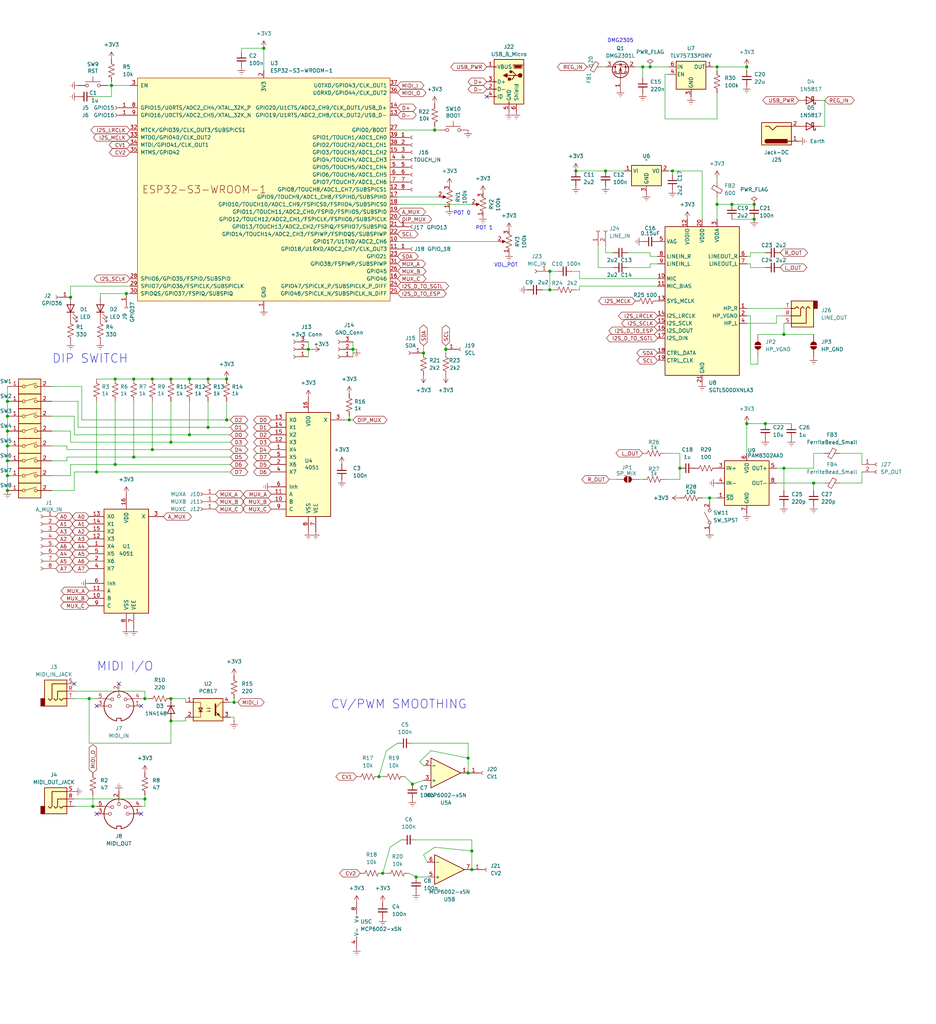
<source format=kicad_sch>
(kicad_sch (version 20231120) (generator "eeschema") (generator_version "8.0")
  (paper "User" 319.989 350.012)
  (junction (at 196.85 58.42))
  (junction (at 161.29 290.83))
  (junction (at 45.72 129.54))
  (junction (at 267.97 160.02))
  (junction (at 278.13 165.1))
  (junction (at 64.77 129.54))
  (junction (at 144.78 120.65))
  (junction (at 129.54 265.43))
  (junction (at 71.12 129.54))
  (junction (at 64.77 148.59))
  (junction (at 52.07 129.54))
  (junction (at 261.62 144.78))
  (junction (at 130.81 298.45))
  (junction (at 229.87 58.42))
  (junction (at 140.97 267.97))
  (junction (at 45.72 156.21))
  (junction (at 33.02 161.29))
  (junction (at 160.02 264.16))
  (junction (at 242.57 170.18))
  (junction (at 49.53 238.76))
  (junction (at 257.81 69.85))
  (junction (at 119.38 143.51))
  (junction (at 152.4 119.38))
  (junction (at 207.01 58.42))
  (junction (at 2.54 157.48))
  (junction (at 160.02 259.08))
  (junction (at 257.81 74.93))
  (junction (at 222.25 22.86))
  (junction (at 39.37 158.75))
  (junction (at 2.54 162.56))
  (junction (at 39.37 129.54))
  (junction (at 90.17 16.51))
  (junction (at 142.24 299.72))
  (junction (at 52.07 153.67))
  (junction (at 2.54 152.4))
  (junction (at 71.12 146.05))
  (junction (at 80.01 240.03))
  (junction (at 120.65 119.38))
  (junction (at 245.11 69.85))
  (junction (at 30.48 238.76))
  (junction (at 255.27 22.86))
  (junction (at 58.42 246.38))
  (junction (at 232.41 160.02))
  (junction (at 43.18 100.33))
  (junction (at 250.19 69.85))
  (junction (at 38.1 29.21))
  (junction (at 187.96 99.06))
  (junction (at 58.42 238.76))
  (junction (at 245.11 22.86))
  (junction (at 24.13 101.6))
  (junction (at 31.75 275.59))
  (junction (at 148.59 44.45))
  (junction (at 105.41 119.38))
  (junction (at 49.53 273.05))
  (junction (at 2.54 142.24))
  (junction (at 187.96 92.71))
  (junction (at 2.54 167.64))
  (junction (at 255.27 144.78))
  (junction (at 161.29 297.18))
  (junction (at 2.54 137.16))
  (junction (at 58.42 151.13))
  (junction (at 77.47 129.54))
  (junction (at 77.47 143.51))
  (junction (at 219.71 22.86))
  (junction (at 58.42 129.54))
  (junction (at 2.54 147.32))
  (junction (at 267.97 114.3))
  (no_connect (at 33.02 241.3))
  (no_connect (at 33.02 278.13))
  (no_connect (at 40.64 233.68))
  (no_connect (at 166.37 33.02))
  (no_connect (at 48.26 278.13))
  (no_connect (at 25.4 233.68))
  (no_connect (at 48.26 241.3))
  (wire (pts (xy 38.1 29.21) (xy 38.1 33.02)))
  (wire (pts (xy 22.86 153.67) (xy 22.86 152.4)))
  (wire (pts (xy 232.41 154.94) (xy 232.41 160.02)))
  (wire (pts (xy 259.08 124.46) (xy 256.54 124.46)))
  (wire (pts (xy 227.33 163.83) (xy 232.41 163.83)))
  (wire (pts (xy 38.1 29.21) (xy 44.45 29.21)))
  (wire (pts (xy 214.63 86.36) (xy 222.25 86.36)))
  (wire (pts (xy 294.64 161.29) (xy 294.64 165.1)))
  (wire (pts (xy 78.74 148.59) (xy 64.77 148.59)))
  (wire (pts (xy 45.72 129.54) (xy 52.07 129.54)))
  (wire (pts (xy 80.01 240.03) (xy 80.01 238.76)))
  (wire (pts (xy 130.81 265.43) (xy 129.54 265.43)))
  (wire (pts (xy 25.4 275.59) (xy 31.75 275.59)))
  (wire (pts (xy 278.13 165.1) (xy 265.43 165.1)))
  (wire (pts (xy 49.53 275.59) (xy 48.26 275.59)))
  (wire (pts (xy 245.11 69.85) (xy 250.19 69.85)))
  (wire (pts (xy 245.11 22.86) (xy 245.11 24.13)))
  (wire (pts (xy 44.45 97.79) (xy 24.13 97.79)))
  (wire (pts (xy 82.55 16.51) (xy 82.55 17.78)))
  (wire (pts (xy 52.07 153.67) (xy 52.07 137.16)))
  (wire (pts (xy 278.13 165.1) (xy 281.94 165.1)))
  (wire (pts (xy 267.97 110.49) (xy 267.97 114.3)))
  (wire (pts (xy 161.29 290.83) (xy 161.29 297.18)))
  (wire (pts (xy 139.7 298.45) (xy 142.24 299.72)))
  (wire (pts (xy 222.25 86.36) (xy 222.25 87.63)))
  (wire (pts (xy 31.75 33.02) (xy 38.1 33.02)))
  (wire (pts (xy 227.33 25.4) (xy 228.6 25.4)))
  (wire (pts (xy 49.53 238.76) (xy 50.8 238.76)))
  (wire (pts (xy 130.81 298.45) (xy 133.35 289.56)))
  (wire (pts (xy 120.65 119.38) (xy 121.92 119.38)))
  (wire (pts (xy 58.42 129.54) (xy 64.77 129.54)))
  (wire (pts (xy 256.54 87.63) (xy 255.27 87.63)))
  (wire (pts (xy 198.12 97.79) (xy 198.12 99.06)))
  (wire (pts (xy 278.13 154.94) (xy 278.13 160.02)))
  (wire (pts (xy 222.25 22.86) (xy 228.6 22.86)))
  (wire (pts (xy 26.67 146.05) (xy 71.12 146.05)))
  (wire (pts (xy 63.5 246.38) (xy 58.42 246.38)))
  (wire (pts (xy 135.89 82.55) (xy 170.18 82.55)))
  (wire (pts (xy 78.74 161.29) (xy 33.02 161.29)))
  (wire (pts (xy 267.97 114.3) (xy 278.13 114.3)))
  (wire (pts (xy 45.72 156.21) (xy 45.72 137.16)))
  (wire (pts (xy 30.48 254) (xy 58.42 254)))
  (wire (pts (xy 240.03 58.42) (xy 229.87 58.42)))
  (wire (pts (xy 255.27 154.94) (xy 255.27 144.78)))
  (wire (pts (xy 33.02 161.29) (xy 33.02 137.16)))
  (wire (pts (xy 24.13 151.13) (xy 58.42 151.13)))
  (wire (pts (xy 245.11 69.85) (xy 245.11 74.93)))
  (wire (pts (xy 49.53 236.22) (xy 49.53 238.76)))
  (wire (pts (xy 256.54 107.95) (xy 255.27 107.95)))
  (wire (pts (xy 227.33 40.64) (xy 227.33 25.4)))
  (wire (pts (xy 33.02 275.59) (xy 31.75 275.59)))
  (wire (pts (xy 31.75 271.78) (xy 31.75 275.59)))
  (wire (pts (xy 49.53 271.78) (xy 49.53 273.05)))
  (wire (pts (xy 2.54 162.56) (xy 2.54 167.64)))
  (wire (pts (xy 64.77 148.59) (xy 64.77 137.16)))
  (wire (pts (xy 44.45 100.33) (xy 43.18 100.33)))
  (wire (pts (xy 148.59 289.56) (xy 161.29 290.83)))
  (wire (pts (xy 245.11 40.64) (xy 227.33 40.64)))
  (wire (pts (xy 278.13 160.02) (xy 267.97 160.02)))
  (wire (pts (xy 259.08 121.92) (xy 259.08 124.46)))
  (wire (pts (xy 24.13 162.56) (xy 17.78 162.56)))
  (wire (pts (xy 224.79 95.25) (xy 198.12 95.25)))
  (wire (pts (xy 160.02 254) (xy 160.02 259.08)))
  (wire (pts (xy 267.97 167.64) (xy 267.97 160.02)))
  (wire (pts (xy 143.51 260.35) (xy 147.32 256.54)))
  (wire (pts (xy 71.12 129.54) (xy 77.47 129.54)))
  (wire (pts (xy 287.02 165.1) (xy 294.64 165.1)))
  (wire (pts (xy 22.86 152.4) (xy 17.78 152.4)))
  (wire (pts (xy 267.97 114.3) (xy 259.08 114.3)))
  (wire (pts (xy 261.62 91.44) (xy 256.54 91.44)))
  (wire (pts (xy 214.63 91.44) (xy 222.25 91.44)))
  (wire (pts (xy 142.24 299.72) (xy 146.05 299.72)))
  (wire (pts (xy 120.65 116.84) (xy 120.65 119.38)))
  (wire (pts (xy 161.29 287.02) (xy 161.29 290.83)))
  (wire (pts (xy 187.96 92.71) (xy 187.96 99.06)))
  (wire (pts (xy 135.89 69.85) (xy 161.29 69.85)))
  (wire (pts (xy 152.4 119.38) (xy 152.4 120.65)))
  (wire (pts (xy 26.67 146.05) (xy 26.67 137.16)))
  (wire (pts (xy 229.87 58.42) (xy 228.6 58.42)))
  (wire (pts (xy 138.43 265.43) (xy 140.97 267.97)))
  (wire (pts (xy 148.59 44.45) (xy 149.86 44.45)))
  (wire (pts (xy 58.42 254) (xy 58.42 246.38)))
  (wire (pts (xy 25.4 167.64) (xy 17.78 167.64)))
  (wire (pts (xy 22.86 153.67) (xy 52.07 153.67)))
  (wire (pts (xy 78.74 240.03) (xy 80.01 240.03)))
  (wire (pts (xy 140.97 254) (xy 160.02 254)))
  (wire (pts (xy 190.5 92.71) (xy 187.96 92.71)))
  (wire (pts (xy 245.11 60.96) (xy 245.11 62.23)))
  (wire (pts (xy 25.4 148.59) (xy 25.4 142.24)))
  (wire (pts (xy 208.28 163.83) (xy 210.82 163.83)))
  (wire (pts (xy 25.4 161.29) (xy 25.4 167.64)))
  (wire (pts (xy 142.24 287.02) (xy 161.29 287.02)))
  (wire (pts (xy 217.17 22.86) (xy 219.71 22.86)))
  (wire (pts (xy 242.57 170.18) (xy 245.11 170.18)))
  (wire (pts (xy 187.96 99.06) (xy 189.23 99.06)))
  (wire (pts (xy 52.07 129.54) (xy 58.42 129.54)))
  (wire (pts (xy 265.43 110.49) (xy 265.43 107.95)))
  (wire (pts (xy 224.79 90.17) (xy 222.25 90.17)))
  (wire (pts (xy 120.65 119.38) (xy 120.65 121.92)))
  (wire (pts (xy 80.01 245.11) (xy 80.01 246.38)))
  (wire (pts (xy 81.28 240.03) (xy 80.01 240.03)))
  (wire (pts (xy 78.74 156.21) (xy 45.72 156.21)))
  (wire (pts (xy 64.77 129.54) (xy 71.12 129.54)))
  (wire (pts (xy 207.01 58.42) (xy 213.36 58.42)))
  (wire (pts (xy 250.19 74.93) (xy 257.81 74.93)))
  (wire (pts (xy 280.67 43.18) (xy 281.94 43.18)))
  (wire (pts (xy 25.4 142.24) (xy 17.78 142.24)))
  (wire (pts (xy 2.54 147.32) (xy 2.54 152.4)))
  (wire (pts (xy 219.71 22.86) (xy 219.71 26.67)))
  (wire (pts (xy 147.32 256.54) (xy 160.02 259.08)))
  (wire (pts (xy 36.83 29.21) (xy 38.1 29.21)))
  (wire (pts (xy 22.86 156.21) (xy 22.86 157.48)))
  (wire (pts (xy 22.86 156.21) (xy 45.72 156.21)))
  (wire (pts (xy 33.02 129.54) (xy 39.37 129.54)))
  (wire (pts (xy 294.64 154.94) (xy 287.02 154.94)))
  (wire (pts (xy 27.94 143.51) (xy 77.47 143.51)))
  (wire (pts (xy 227.33 154.94) (xy 232.41 154.94)))
  (wire (pts (xy 255.27 24.13) (xy 255.27 22.86)))
  (wire (pts (xy 245.11 22.86) (xy 255.27 22.86)))
  (wire (pts (xy 26.67 137.16) (xy 17.78 137.16)))
  (wire (pts (xy 245.11 67.31) (xy 245.11 69.85)))
  (wire (pts (xy 243.84 22.86) (xy 245.11 22.86)))
  (wire (pts (xy 219.71 22.86) (xy 222.25 22.86)))
  (wire (pts (xy 256.54 91.44) (xy 256.54 90.17)))
  (wire (pts (xy 24.13 147.32) (xy 17.78 147.32)))
  (wire (pts (xy 25.4 161.29) (xy 33.02 161.29)))
  (wire (pts (xy 135.89 44.45) (xy 148.59 44.45)))
  (wire (pts (xy 33.02 238.76) (xy 30.48 238.76)))
  (wire (pts (xy 90.17 16.51) (xy 82.55 16.51)))
  (wire (pts (xy 232.41 163.83) (xy 232.41 160.02)))
  (wire (pts (xy 34.29 100.33) (xy 34.29 101.6)))
  (wire (pts (xy 43.18 100.33) (xy 34.29 100.33)))
  (wire (pts (xy 152.4 118.11) (xy 152.4 119.38)))
  (wire (pts (xy 90.17 24.13) (xy 90.17 16.51)))
  (wire (pts (xy 256.54 124.46) (xy 256.54 107.95)))
  (wire (pts (xy 78.74 143.51) (xy 77.47 143.51)))
  (wire (pts (xy 240.03 74.93) (xy 240.03 58.42)))
  (wire (pts (xy 256.54 86.36) (xy 256.54 87.63)))
  (wire (pts (xy 144.78 292.1) (xy 148.59 289.56)))
  (wire (pts (xy 218.44 163.83) (xy 219.71 163.83)))
  (wire (pts (xy 25.4 273.05) (xy 49.53 273.05)))
  (wire (pts (xy 78.74 245.11) (xy 80.01 245.11)))
  (wire (pts (xy 105.41 119.38) (xy 105.41 121.92)))
  (wire (pts (xy 24.13 151.13) (xy 24.13 147.32)))
  (wire (pts (xy 63.5 245.11) (xy 63.5 246.38)))
  (wire (pts (xy 49.53 273.05) (xy 49.53 275.59)))
  (wire (pts (xy 146.05 294.64) (xy 144.78 292.1)))
  (wire (pts (xy 255.27 110.49) (xy 265.43 110.49)))
  (wire (pts (xy 2.54 142.24) (xy 2.54 147.32)))
  (wire (pts (xy 27.94 132.08) (xy 17.78 132.08)))
  (wire (pts (xy 25.4 236.22) (xy 49.53 236.22)))
  (wire (pts (xy 198.12 92.71) (xy 195.58 92.71)))
  (wire (pts (xy 78.74 146.05) (xy 71.12 146.05)))
  (wire (pts (xy 204.47 91.44) (xy 209.55 91.44)))
  (wire (pts (xy 281.94 154.94) (xy 278.13 154.94)))
  (wire (pts (xy 78.74 158.75) (xy 39.37 158.75)))
  (wire (pts (xy 2.54 157.48) (xy 2.54 162.56)))
  (wire (pts (xy 135.89 67.31) (xy 149.86 67.31)))
  (wire (pts (xy 2.54 132.08) (xy 2.54 137.16)))
  (wire (pts (xy 39.37 158.75) (xy 39.37 137.16)))
  (wire (pts (xy 25.4 238.76) (xy 30.48 238.76)))
  (wire (pts (xy 2.54 152.4) (xy 2.54 157.48)))
  (wire (pts (xy 77.47 143.51) (xy 77.47 137.16)))
  (wire (pts (xy 133.35 289.56) (xy 137.16 287.02)))
  (wire (pts (xy 198.12 99.06) (xy 196.85 99.06)))
  (wire (pts (xy 78.74 151.13) (xy 58.42 151.13)))
  (wire (pts (xy 160.02 259.08) (xy 160.02 264.16)))
  (wire (pts (xy 71.12 146.05) (xy 71.12 137.16)))
  (wire (pts (xy 222.25 90.17) (xy 222.25 91.44)))
  (wire (pts (xy 119.38 142.24) (xy 119.38 143.51)))
  (wire (pts (xy 255.27 105.41) (xy 267.97 105.41)))
  (wire (pts (xy 22.86 157.48) (xy 17.78 157.48)))
  (wire (pts (xy 24.13 158.75) (xy 24.13 162.56)))
  (wire (pts (xy 140.97 267.97) (xy 144.78 266.7)))
  (wire (pts (xy 185.42 99.06) (xy 187.96 99.06)))
  (wire (pts (xy 48.26 238.76) (xy 49.53 238.76)))
  (wire (pts (xy 58.42 151.13) (xy 58.42 137.16)))
  (wire (pts (xy 280.67 34.29) (xy 281.94 34.29)))
  (wire (pts (xy 209.55 86.36) (xy 207.01 86.36)))
  (wire (pts (xy 129.54 265.43) (xy 132.08 256.54)))
  (wire (pts (xy 2.54 137.16) (xy 2.54 142.24)))
  (wire (pts (xy 24.13 97.79) (xy 24.13 101.6)))
  (wire (pts (xy 224.79 97.79) (xy 198.12 97.79)))
  (wire (pts (xy 255.27 144.78) (xy 261.62 144.78)))
  (wire (pts (xy 105.41 116.84) (xy 105.41 119.38)))
  (wire (pts (xy 207.01 86.36) (xy 207.01 83.82)))
  (wire (pts (xy 278.13 167.64) (xy 278.13 165.1)))
  (wire (pts (xy 63.5 238.76) (xy 63.5 240.03)))
  (wire (pts (xy 267.97 160.02) (xy 265.43 160.02)))
  (wire (pts (xy 25.4 148.59) (xy 64.77 148.59)))
  (wire (pts (xy 198.12 95.25) (xy 198.12 92.71)))
  (wire (pts (xy 256.54 90.17) (xy 255.27 90.17)))
  (wire (pts (xy 294.64 158.75) (xy 294.64 154.94)))
  (wire (pts (xy 242.57 171.45) (xy 242.57 170.18)))
  (wire (pts (xy 38.1 27.94) (xy 38.1 29.21)))
  (wire (pts (xy 78.74 153.67) (xy 52.07 153.67)))
  (wire (pts (xy 281.94 34.29) (xy 281.94 43.18)))
  (wire (pts (xy 30.48 238.76) (xy 30.48 254)))
  (wire (pts (xy 144.78 261.62) (xy 143.51 260.35)))
  (wire (pts (xy 119.38 143.51) (xy 120.65 143.51)))
  (wire (pts (xy 58.42 238.76) (xy 63.5 238.76)))
  (wire (pts (xy 196.85 58.42) (xy 207.01 58.42)))
  (wire (pts (xy 118.11 143.51) (xy 119.38 143.51)))
  (wire (pts (xy 261.62 144.78) (xy 270.51 144.78)))
  (wire (pts (xy 245.11 31.75) (xy 245.11 40.64)))
  (wire (pts (xy 27.94 143.51) (xy 27.94 132.08)))
  (wire (pts (xy 144.78 120.65) (xy 144.78 118.11)))
  (wire (pts (xy 204.47 83.82) (xy 204.47 91.44)))
  (wire (pts (xy 265.43 107.95) (xy 267.97 107.95)))
  (wire (pts (xy 261.62 86.36) (xy 256.54 86.36)))
  (wire (pts (xy 105.41 119.38) (xy 106.68 119.38)))
  (wire (pts (xy 229.87 59.69) (xy 229.87 58.42)))
  (wire (pts (xy 39.37 129.54) (xy 45.72 129.54)))
  (wire (pts (xy 132.08 298.45) (xy 130.81 298.45)))
  (wire (pts (xy 250.19 69.85) (xy 257.81 69.85)))
  (wire (pts (xy 132.08 256.54) (xy 135.89 254)))
  (wire (pts (xy 148.59 44.45) (xy 148.59 43.18)))
  (wire (pts (xy 24.13 158.75) (xy 39.37 158.75)))
  (wire (pts (xy 205.74 22.86) (xy 207.01 22.86)))
  (wire (pts (xy 222.25 87.63) (xy 224.79 87.63)))
  (wire (pts (xy 240.03 170.18) (xy 242.57 170.18)))
  (text "CV/PWM SMOOTHING" (at 113.03 242.57 0) (effects (font (size 3 3)) (justify left bottom)))
  (text "VOL_POT" (at 172.974 90.678 0) (effects (font (size 1.27 1.27))))
  (text "POT 1\n" (at 162.56 78.74 0) (effects (font (size 1.27 1.27)) (justify left bottom)))
  (text "DMG2305" (at 212.09 13.97 0) (effects (font (size 1.27 1.27))))
  (text "POT 0" (at 154.94 73.66 0) (effects (font (size 1.27 1.27)) (justify left bottom)))
  (text "DIP SWITCH" (at 17.78 124.46 0) (effects (font (size 3 3)) (justify left bottom)))
  (text "MIDI I/O" (at 33.02 229.616 0) (effects (font (size 3 3)) (justify left bottom)))
  (global_label "I2S_MCLK" (shape bidirectional) (at 217.17 102.87 180) (property "Intersheetrefs" "${INTERSHEET_REFS}" (effects (hide yes))))
  (global_label "D7" (shape bidirectional) (at 92.71 156.21 180) (property "Intersheetrefs" "${INTERSHEET_REFS}" (effects (hide yes))))
  (global_label "D2" (shape bidirectional) (at 78.74 143.51 0) (property "Intersheetrefs" "${INTERSHEET_REFS}" (effects (hide yes))))
  (global_label "I2S_LRCLK" (shape bidirectional) (at 224.79 107.95 180) (property "Intersheetrefs" "${INTERSHEET_REFS}" (effects (hide yes))))
  (global_label "D4" (shape bidirectional) (at 92.71 153.67 180) (property "Intersheetrefs" "${INTERSHEET_REFS}" (effects (hide yes))))
  (global_label "CV1" (shape bidirectional) (at 121.92 265.43 180) (property "Intersheetrefs" "${INTERSHEET_REFS}" (effects (hide yes))))
  (global_label "MUX_A" (shape bidirectional) (at 30.48 201.93 180) (property "Intersheetrefs" "${INTERSHEET_REFS}" (effects (hide yes))))
  (global_label "I2S_SCLK" (shape bidirectional) (at 44.45 95.25 180) (property "Intersheetrefs" "${INTERSHEET_REFS}" (effects (hide yes))))
  (global_label "R_OUT" (shape bidirectional) (at 208.28 163.83 180) (property "Intersheetrefs" "${INTERSHEET_REFS}" (effects (hide yes))))
  (global_label "MIDI_O" (shape bidirectional) (at 31.75 264.16 90) (property "Intersheetrefs" "${INTERSHEET_REFS}" (effects (hide yes))))
  (global_label "A1" (shape bidirectional) (at 30.48 179.07 180) (property "Intersheetrefs" "${INTERSHEET_REFS}" (effects (hide yes))))
  (global_label "D1" (shape bidirectional) (at 92.71 146.05 180) (property "Intersheetrefs" "${INTERSHEET_REFS}" (effects (hide yes))))
  (global_label "DIP_MUX" (shape bidirectional) (at 120.65 143.51 0) (property "Intersheetrefs" "${INTERSHEET_REFS}" (effects (hide yes))))
  (global_label "SCL" (shape bidirectional) (at 152.4 118.11 90) (property "Intersheetrefs" "${INTERSHEET_REFS}" (effects (hide yes))))
  (global_label "D-" (shape bidirectional) (at 166.37 30.48 180) (property "Intersheetrefs" "${INTERSHEET_REFS}" (effects (hide yes))))
  (global_label "USB_PWR" (shape bidirectional) (at 273.05 34.29 180) (property "Intersheetrefs" "${INTERSHEET_REFS}" (effects (hide yes))))
  (global_label "A2" (shape bidirectional) (at 30.48 181.61 180) (property "Intersheetrefs" "${INTERSHEET_REFS}" (effects (hide yes))))
  (global_label "MUX_C" (shape bidirectional) (at 73.66 173.99 0) (property "Intersheetrefs" "${INTERSHEET_REFS}" (effects (hide yes))))
  (global_label "D+" (shape bidirectional) (at 135.89 36.83 0) (property "Intersheetrefs" "${INTERSHEET_REFS}" (effects (hide yes))))
  (global_label "MUX_B" (shape bidirectional) (at 92.71 171.45 180) (property "Intersheetrefs" "${INTERSHEET_REFS}" (effects (hide yes))))
  (global_label "I2S_LRCLK" (shape bidirectional) (at 44.45 44.45 180) (property "Intersheetrefs" "${INTERSHEET_REFS}" (effects (hide yes))))
  (global_label "D6" (shape bidirectional) (at 78.74 158.75 0) (property "Intersheetrefs" "${INTERSHEET_REFS}" (effects (hide yes))))
  (global_label "CV1" (shape bidirectional) (at 44.45 49.53 180) (property "Intersheetrefs" "${INTERSHEET_REFS}" (effects (hide yes))))
  (global_label "A5" (shape bidirectional) (at 19.05 191.77 0) (property "Intersheetrefs" "${INTERSHEET_REFS}" (effects (hide yes))))
  (global_label "A1" (shape bidirectional) (at 19.05 179.07 0) (property "Intersheetrefs" "${INTERSHEET_REFS}" (effects (hide yes))))
  (global_label "SDA" (shape bidirectional) (at 135.89 87.63 0) (property "Intersheetrefs" "${INTERSHEET_REFS}" (effects (hide yes))))
  (global_label "A7" (shape bidirectional) (at 30.48 194.31 180) (property "Intersheetrefs" "${INTERSHEET_REFS}" (effects (hide yes))))
  (global_label "D5" (shape bidirectional) (at 78.74 156.21 0) (property "Intersheetrefs" "${INTERSHEET_REFS}" (effects (hide yes))))
  (global_label "USB_PWR" (shape bidirectional) (at 166.37 22.86 180) (property "Intersheetrefs" "${INTERSHEET_REFS}" (effects (hide yes))))
  (global_label "SDA" (shape bidirectional) (at 144.78 118.11 90) (property "Intersheetrefs" "${INTERSHEET_REFS}" (effects (hide yes))))
  (global_label "D7" (shape bidirectional) (at 78.74 161.29 0) (property "Intersheetrefs" "${INTERSHEET_REFS}" (effects (hide yes))))
  (global_label "SCL" (shape bidirectional) (at 135.89 80.01 0) (property "Intersheetrefs" "${INTERSHEET_REFS}" (effects (hide yes))))
  (global_label "A4" (shape bidirectional) (at 19.05 189.23 0) (property "Intersheetrefs" "${INTERSHEET_REFS}" (effects (hide yes))))
  (global_label "I2S_MCLK" (shape bidirectional) (at 44.45 46.99 180) (property "Intersheetrefs" "${INTERSHEET_REFS}" (effects (hide yes))))
  (global_label "MIDI_I" (shape bidirectional) (at 135.89 29.21 0) (property "Intersheetrefs" "${INTERSHEET_REFS}" (effects (hide yes))))
  (global_label "D3" (shape bidirectional) (at 78.74 151.13 0) (property "Intersheetrefs" "${INTERSHEET_REFS}" (effects (hide yes))))
  (global_label "A6" (shape bidirectional) (at 19.05 186.69 0) (property "Intersheetrefs" "${INTERSHEET_REFS}" (effects (hide yes))))
  (global_label "MUX_A" (shape bidirectional) (at 73.66 168.91 0) (property "Intersheetrefs" "${INTERSHEET_REFS}" (effects (hide yes))))
  (global_label "D2" (shape bidirectional) (at 92.71 148.59 180) (property "Intersheetrefs" "${INTERSHEET_REFS}" (effects (hide yes))))
  (global_label "MIDI_O" (shape bidirectional) (at 135.89 31.75 0) (property "Intersheetrefs" "${INTERSHEET_REFS}" (effects (hide yes))))
  (global_label "I2S_D_TO_SGTL" (shape bidirectional) (at 224.79 115.57 180) (property "Intersheetrefs" "${INTERSHEET_REFS}" (effects (hide yes))))
  (global_label "MUX_B" (shape bidirectional) (at 135.89 92.71 0) (property "Intersheetrefs" "${INTERSHEET_REFS}" (effects (hide yes))))
  (global_label "D+" (shape bidirectional) (at 166.37 27.94 180) (property "Intersheetrefs" "${INTERSHEET_REFS}" (effects (hide yes))))
  (global_label "DIP_MUX" (shape bidirectional) (at 135.89 74.93 0) (property "Intersheetrefs" "${INTERSHEET_REFS}" (effects (hide yes))))
  (global_label "A4" (shape bidirectional) (at 30.48 186.69 180) (property "Intersheetrefs" "${INTERSHEET_REFS}" (effects (hide yes))))
  (global_label "A_MUX" (shape bidirectional) (at 135.89 72.39 0) (property "Intersheetrefs" "${INTERSHEET_REFS}" (effects (hide yes))))
  (global_label "REG_IN" (shape bidirectional) (at 281.94 34.29 0) (property "Intersheetrefs" "${INTERSHEET_REFS}" (effects (hide yes))))
  (global_label "MUX_A" (shape bidirectional) (at 135.89 90.17 0) (property "Intersheetrefs" "${INTERSHEET_REFS}" (effects (hide yes))))
  (global_label "CV2" (shape bidirectional) (at 123.19 298.45 180) (property "Intersheetrefs" "${INTERSHEET_REFS}" (effects (hide yes))))
  (global_label "A5" (shape bidirectional) (at 30.48 189.23 180) (property "Intersheetrefs" "${INTERSHEET_REFS}" (effects (hide yes))))
  (global_label "MUX_B" (shape bidirectional) (at 30.48 204.47 180) (property "Intersheetrefs" "${INTERSHEET_REFS}" (effects (hide yes))))
  (global_label "R_OUT" (shape bidirectional) (at 266.7 86.36 0) (property "Intersheetrefs" "${INTERSHEET_REFS}" (effects (hide yes))))
  (global_label "A3" (shape bidirectional) (at 19.05 181.61 0) (property "Intersheetrefs" "${INTERSHEET_REFS}" (effects (hide yes))))
  (global_label "MUX_B" (shape bidirectional) (at 73.66 171.45 0) (property "Intersheetrefs" "${INTERSHEET_REFS}" (effects (hide yes))))
  (global_label "A0" (shape bidirectional) (at 30.48 176.53 180) (property "Intersheetrefs" "${INTERSHEET_REFS}" (effects (hide yes))))
  (global_label "SCL" (shape bidirectional) (at 224.79 123.19 180) (property "Intersheetrefs" "${INTERSHEET_REFS}" (effects (hide yes))))
  (global_label "MUX_C" (shape bidirectional) (at 30.48 207.01 180) (property "Intersheetrefs" "${INTERSHEET_REFS}" (effects (hide yes))))
  (global_label "I2S_D_TO_ESP" (shape bidirectional) (at 135.89 100.33 0) (property "Intersheetrefs" "${INTERSHEET_REFS}" (effects (hide yes))))
  (global_label "D-" (shape bidirectional) (at 135.89 39.37 0) (property "Intersheetrefs" "${INTERSHEET_REFS}" (effects (hide yes))))
  (global_label "MUX_C" (shape bidirectional) (at 135.89 95.25 0) (property "Intersheetrefs" "${INTERSHEET_REFS}" (effects (hide yes))))
  (global_label "MUX_A" (shape bidirectional) (at 92.71 168.91 180) (property "Intersheetrefs" "${INTERSHEET_REFS}" (effects (hide yes))))
  (global_label "MIDI_I" (shape bidirectional) (at 81.28 240.03 0) (property "Intersheetrefs" "${INTERSHEET_REFS}" (effects (hide yes))))
  (global_label "D4" (shape bidirectional) (at 78.74 153.67 0) (property "Intersheetrefs" "${INTERSHEET_REFS}" (effects (hide yes))))
  (global_label "A3" (shape bidirectional) (at 30.48 184.15 180) (property "Intersheetrefs" "${INTERSHEET_REFS}" (effects (hide yes))))
  (global_label "SDA" (shape bidirectional) (at 224.79 120.65 180) (property "Intersheetrefs" "${INTERSHEET_REFS}" (effects (hide yes))))
  (global_label "D5" (shape bidirectional) (at 92.71 158.75 180) (property "Intersheetrefs" "${INTERSHEET_REFS}" (effects (hide yes))))
  (global_label "I2S_SCLK" (shape bidirectional) (at 224.79 110.49 180) (property "Intersheetrefs" "${INTERSHEET_REFS}" (effects (hide yes))))
  (global_label "A0" (shape bidirectional) (at 19.05 176.53 0) (property "Intersheetrefs" "${INTERSHEET_REFS}" (effects (hide yes))))
  (global_label "L_OUT" (shape bidirectional) (at 219.71 154.94 180) (property "Intersheetrefs" "${INTERSHEET_REFS}" (effects (hide yes))))
  (global_label "D0" (shape bidirectional) (at 92.71 143.51 180) (property "Intersheetrefs" "${INTERSHEET_REFS}" (effects (hide yes))))
  (global_label "I2S_D_TO_SGTL" (shape bidirectional) (at 135.89 97.79 0) (property "Intersheetrefs" "${INTERSHEET_REFS}" (effects (hide yes))))
  (global_label "L_OUT" (shape bidirectional) (at 266.7 91.44 0) (property "Intersheetrefs" "${INTERSHEET_REFS}" (effects (hide yes))))
  (global_label "D6" (shape bidirectional) (at 92.71 161.29 180) (property "Intersheetrefs" "${INTERSHEET_REFS}" (effects (hide yes))))
  (global_label "A6" (shape bidirectional) (at 30.48 191.77 180) (property "Intersheetrefs" "${INTERSHEET_REFS}" (effects (hide yes))))
  (global_label "D0" (shape bidirectional) (at 78.74 148.59 0) (property "Intersheetrefs" "${INTERSHEET_REFS}" (effects (hide yes))))
  (global_label "D3" (shape bidirectional) (at 92.71 151.13 180) (property "Intersheetrefs" "${INTERSHEET_REFS}" (effects (hide yes))))
  (global_label "MUX_C" (shape bidirectional) (at 92.71 173.99 180) (property "Intersheetrefs" "${INTERSHEET_REFS}" (effects (hide yes))))
  (global_label "A7" (shape bidirectional) (at 19.05 194.31 0) (property "Intersheetrefs" "${INTERSHEET_REFS}" (effects (hide yes))))
  (global_label "REG_IN" (shape bidirectional) (at 200.66 22.86 180) (property "Intersheetrefs" "${INTERSHEET_REFS}" (effects (hide yes))))
  (global_label "I2S_D_TO_ESP" (shape bidirectional) (at 224.79 113.03 180) (property "Intersheetrefs" "${INTERSHEET_REFS}" (effects (hide yes))))
  (global_label "A_MUX" (shape bidirectional) (at 55.88 176.53 0) (property "Intersheetrefs" "${INTERSHEET_REFS}" (effects (hide yes))))
  (global_label "CV2" (shape bidirectional) (at 44.45 52.07 180) (property "Intersheetrefs" "${INTERSHEET_REFS}" (effects (hide yes))))
  (global_label "D1" (shape bidirectional) (at 78.74 146.05 0) (property "Intersheetrefs" "${INTERSHEET_REFS}" (effects (hide yes))))
  (global_label "A2" (shape bidirectional) (at 19.05 184.15 0) (property "Intersheetrefs" "${INTERSHEET_REFS}" (effects (hide yes))))
  (symbol (lib_id "Device:R_US") (at 148.59 39.37 0) (mirror y) (unit 1)
    (property "Reference" "R22" (at 146.8628 38.2016 0) (effects (justify left)))
    (property "Value" "10k" (at 146.8628 40.513 0) (effects (justify left)))
    (property "Footprint" "Resistor_SMD:R_0603_1608Metric_Pad0.98x0.95mm_HandSolder" (effects (hide yes)))
  )
  (symbol (lib_id "4xxx:4051") (at 105.41 158.75 0) (unit 1)
    (property "Reference" "U4" (at 104.14 157.48 0) (effects (justify left)))
    (property "Value" "4051" (at 104.14 159.7914 0) (effects (justify left)))
    (property "Footprint" "Package_SO:SOIC-16_3.9x9.9mm_P1.27mm" (effects (hide yes)))
    (property "Datasheet" "http://www.intersil.com/content/dam/Intersil/documents/cd40/cd4051bms-52bms-53bms.pdf" (effects (hide yes)))
  )
  (symbol (lib_id "Device:R_US") (at 77.47 133.35 0) (unit 1)
    (property "Reference" "R14" (at 79.1972 132.1816 0) (effects (justify left)))
    (property "Value" "1k" (at 79.1972 134.493 0) (effects (justify left)))
    (property "Footprint" "Resistor_SMD:R_0603_1608Metric_Pad0.98x0.95mm_HandSolder" (effects (hide yes)))
  )
  (symbol (lib_id "Device:R_US") (at 71.12 133.35 0) (unit 1)
    (property "Reference" "R13" (at 72.8472 132.1816 0) (effects (justify left)))
    (property "Value" "1k" (at 72.8472 134.493 0) (effects (justify left)))
    (property "Footprint" "Resistor_SMD:R_0603_1608Metric_Pad0.98x0.95mm_HandSolder" (effects (hide yes)))
  )
  (symbol (lib_id "Device:R_US") (at 64.77 133.35 0) (unit 1)
    (property "Reference" "R12" (at 66.4972 132.1816 0) (effects (justify left)))
    (property "Value" "1k" (at 66.4972 134.493 0) (effects (justify left)))
    (property "Footprint" "Resistor_SMD:R_0603_1608Metric_Pad0.98x0.95mm_HandSolder" (effects (hide yes)))
  )
  (symbol (lib_id "Device:R_US") (at 58.42 133.35 0) (unit 1)
    (property "Reference" "R11" (at 60.1472 132.1816 0) (effects (justify left)))
    (property "Value" "1k" (at 60.1472 134.493 0) (effects (justify left)))
    (property "Footprint" "Resistor_SMD:R_0603_1608Metric_Pad0.98x0.95mm_HandSolder" (effects (hide yes)))
  )
  (symbol (lib_id "Device:R_US") (at 52.07 133.35 0) (unit 1)
    (property "Reference" "R9" (at 53.7972 132.1816 0) (effects (justify left)))
    (property "Value" "1k" (at 53.7972 134.493 0) (effects (justify left)))
    (property "Footprint" "Resistor_SMD:R_0603_1608Metric_Pad0.98x0.95mm_HandSolder" (effects (hide yes)))
  )
  (symbol (lib_id "Device:R_US") (at 45.72 133.35 0) (unit 1)
    (property "Reference" "R7" (at 47.4472 132.1816 0) (effects (justify left)))
    (property "Value" "1k" (at 47.4472 134.493 0) (effects (justify left)))
    (property "Footprint" "Resistor_SMD:R_0603_1608Metric_Pad0.98x0.95mm_HandSolder" (effects (hide yes)))
  )
  (symbol (lib_id "Device:R_US") (at 39.37 133.35 0) (unit 1)
    (property "Reference" "R6" (at 41.0972 132.1816 0) (effects (justify left)))
    (property "Value" "1k" (at 41.0972 134.493 0) (effects (justify left)))
    (property "Footprint" "Resistor_SMD:R_0603_1608Metric_Pad0.98x0.95mm_HandSolder" (effects (hide yes)))
  )
  (symbol (lib_id "Device:R_US") (at 33.02 133.35 0) (unit 1)
    (property "Reference" "R3" (at 34.7472 132.1816 0) (effects (justify left)))
    (property "Value" "1k" (at 34.7472 134.493 0) (effects (justify left)))
    (property "Footprint" "Resistor_SMD:R_0603_1608Metric_Pad0.98x0.95mm_HandSolder" (effects (hide yes)))
  )
  (symbol (lib_id "4xxx:4051") (at 43.18 191.77 0) (unit 1)
    (property "Reference" "U1" (at 41.91 186.69 0) (effects (justify left)))
    (property "Value" "4051" (at 40.64 189.23 0) (effects (justify left)))
    (property "Footprint" "Package_SO:SOIC-16_3.9x9.9mm_P1.27mm" (effects (hide yes)))
    (property "Datasheet" "http://www.intersil.com/content/dam/Intersil/documents/cd40/cd4051bms-52bms-53bms.pdf" (effects (hide yes)))
  )
  (symbol (lib_id "Connector:Conn_01x08_Socket") (at 13.97 184.15 0) (mirror y) (unit 1)
    (property "Reference" "J1" (at 16.7132 171.831 0))
    (property "Value" "A_MUX_IN" (at 16.7132 174.1424 0))
    (property "Footprint" "Connector_PinHeader_2.54mm:PinHeader_2x04_P2.54mm_Vertical" (effects (hide yes)))
    (property "Description" "Generic connector, single row, 01x08, script generated" (effects (hide yes)))
  )
  (symbol (lib_id "Connector:Conn_01x08_Socket") (at 140.97 54.61 0) (unit 1)
    (property "Reference" "J16" (at 144.78 52.07 0))
    (property "Value" "TOUCH_IN" (at 146.05 54.61 0))
    (property "Footprint" "Connector_PinHeader_2.54mm:PinHeader_2x04_P2.54mm_Vertical" (effects (hide yes)))
    (property "Description" "Generic connector, single row, 01x08, script generated" (effects (hide yes)))
  )
  (symbol (lib_id "Device:R_Potentiometer_US") (at 153.67 67.31 180) (unit 1)
    (property "Reference" "RV1" (at 156.5402 67.31 90))
    (property "Value" "100k" (at 158.8516 67.31 90))
    (property "Footprint" "Connector_PinHeader_2.54mm:PinHeader_1x03_P2.54mm_Vertical" (effects (hide yes)))
    (property "Description" "Potentiometer, US symbol" (effects (hide yes)))
  )
  (symbol (lib_id "Device:R_Potentiometer_US") (at 165.1 69.85 180) (unit 1)
    (property "Reference" "RV2" (at 167.9702 69.85 90))
    (property "Value" "100k" (at 170.2816 69.85 90))
    (property "Footprint" "Connector_PinHeader_2.54mm:PinHeader_1x03_P2.54mm_Vertical" (effects (hide yes)))
    (property "Description" "Potentiometer, US symbol" (effects (hide yes)))
  )
  (symbol (lib_id "Device:R_US") (at 245.11 27.94 0) (unit 1)
    (property "Reference" "R30" (at 247.65 26.6699 0) (effects (justify left)))
    (property "Value" "100k" (at 247.65 29.2099 0) (effects (justify left)))
    (property "Footprint" "Resistor_SMD:R_0603_1608Metric_Pad0.98x0.95mm_HandSolder" (effects (hide yes)))
    (property "Description" "Resistor, US symbol" (effects (hide yes)))
  )
  (symbol (lib_name "Earth_9") (lib_id "power:Earth") (at 261.62 149.86 0) (unit 1)
    (property "Reference" "#PWR068" (effects (hide yes)))
    (property "Value" "Earth" (effects (hide yes)))
    (property "Description" "Power symbol creates a global label with name \"Earth\"" (effects (hide yes)))
  )
  (symbol (lib_id "Device:C_Small") (at 207.01 60.96 0) (unit 1)
    (property "Reference" "C12" (at 209.55 59.6962 0) (effects (justify left)))
    (property "Value" "100n" (at 209.55 62.2362 0) (effects (justify left)))
    (property "Footprint" "Capacitor_SMD:C_0603_1608Metric_Pad1.08x0.95mm_HandSolder" (effects (hide yes)))
    (property "Description" "Unpolarized capacitor, small symbol" (effects (hide yes)))
  )
  (symbol (lib_name "Earth_10") (lib_id "power:Earth") (at 80.01 246.38 0) (unit 1)
    (property "Reference" "#PWR016" (effects (hide yes)))
    (property "Value" "Earth" (effects (hide yes)))
    (property "Description" "Power symbol creates a global label with name \"Earth\"" (effects (hide yes)))
  )
  (symbol (lib_id "Device:C_Small") (at 193.04 92.71 90) (unit 1)
    (property "Reference" "C10" (at 190.5 90.17 90))
    (property "Value" "100n" (at 196.088 90.17 90))
    (property "Footprint" "Capacitor_SMD:C_0603_1608Metric_Pad1.08x0.95mm_HandSolder" (effects (hide yes)))
    (property "Description" "Unpolarized capacitor, small symbol" (effects (hide yes)))
  )
  (symbol (lib_id "Device:R_US") (at 223.52 163.83 90) (unit 1)
    (property "Reference" "R27" (at 223.52 160.274 90))
    (property "Value" "1k" (at 223.52 161.798 90))
    (property "Footprint" "Resistor_SMD:R_0603_1608Metric_Pad0.98x0.95mm_HandSolder" (effects (hide yes)))
    (property "Description" "Resistor, US symbol" (effects (hide yes)))
  )
  (symbol (lib_id "Regulator_Linear:TLV75733PDRV") (at 236.22 25.4 0) (unit 1)
    (property "Reference" "U7" (at 236.22 16.51 0))
    (property "Value" "TLV75733PDRV" (at 236.22 19.05 0))
    (property "Footprint" "Package_SON:WSON-6-1EP_2x2mm_P0.65mm_EP1x1.6mm" (effects (hide yes)))
    (property "Datasheet" "https://www.ti.com/lit/ds/symlink/tlv757p.pdf" (effects (hide yes)))
    (property "Description" "1A Low IQ Small Size Low Dropout Voltage Regulator, Fixed Output 3.3V, WSON6" (effects (hide yes)))
  )
  (symbol (lib_id "Connector:DIN-5_180degree") (at 40.64 241.3 0) (mirror y) (unit 1)
    (property "Reference" "J7" (at 40.6399 248.92 0))
    (property "Value" "MIDI_IN" (at 40.6399 251.46 0))
    (property "Datasheet" "http://www.mouser.com/ds/2/18/40_c091_abd_e-75918.pdf" (effects (hide yes)))
  )
  (symbol (lib_name "Earth_9") (lib_id "power:Earth") (at 270.51 149.86 0) (unit 1)
    (property "Reference" "#PWR070" (effects (hide yes)))
    (property "Value" "Earth" (effects (hide yes)))
    (property "Description" "Power symbol creates a global label with name \"Earth\"" (effects (hide yes)))
  )
  (symbol (lib_id "Connector:Conn_01x01_Socket") (at 68.58 171.45 180) (unit 1)
    (property "Reference" "J11" (at 66.675 171.45 0))
    (property "Value" "MUXB" (at 60.96 171.45 0))
    (property "Footprint" "Connector_Pin:Pin_D1.0mm_L10.0mm" (effects (hide yes)))
  )
  (symbol (lib_name "Earth_10") (lib_id "power:Earth") (at 142.24 304.8 0) (unit 1)
    (property "Reference" "#PWR034" (effects (hide yes)))
    (property "Value" "Earth" (effects (hide yes)))
    (property "Description" "Power symbol creates a global label with name \"Earth\"" (effects (hide yes)))
  )
  (symbol (lib_name "+3V3_6") (lib_id "power:+3V3") (at 38.1 20.32 0) (unit 1)
    (property "Reference" "#PWR08" (effects (hide yes)))
    (property "Value" "+3V3" (at 38.1 15.24 0))
    (property "Description" "Power symbol creates a global label with name \"+3V3\"" (effects (hide yes)))
  )
  (symbol (lib_id "Device:C_Small") (at 264.16 86.36 90) (unit 1)
    (property "Reference" "C23" (at 262.128 83.82 90))
    (property "Value" "2u2" (at 266.954 83.82 90))
    (property "Footprint" "Capacitor_SMD:C_0603_1608Metric_Pad1.08x0.95mm_HandSolder" (effects (hide yes)))
    (property "Description" "Unpolarized capacitor, small symbol" (effects (hide yes)))
  )
  (symbol (lib_name "Earth_10") (lib_id "power:Earth") (at 26.67 33.02 270) (unit 1)
    (property "Reference" "#PWR05" (effects (hide yes)))
    (property "Value" "Earth" (effects (hide yes)))
    (property "Description" "Power symbol creates a global label with name \"Earth\"" (effects (hide yes)))
  )
  (symbol (lib_id "Device:LED") (at 24.13 105.41 90) (unit 1)
    (property "Reference" "D1" (at 27.305 105.7275 90) (effects (justify right)))
    (property "Value" "LED" (at 27.305 108.2675 90) (effects (justify right)))
    (property "Footprint" "LED_THT:LED_D3.0mm_Clear" (effects (hide yes)))
  )
  (symbol (lib_id "Device:C_Small") (at 142.24 302.26 0) (unit 1)
    (property "Reference" "C8" (at 144.78 300.9963 0) (effects (justify left)))
    (property "Value" "100n" (at 144.78 303.5363 0) (effects (justify left)))
    (property "Footprint" "Capacitor_SMD:C_0603_1608Metric_Pad1.08x0.95mm_HandSolder" (effects (hide yes)))
  )
  (symbol (lib_name "+3V3_6") (lib_id "power:+3V3") (at 80.01 231.14 0) (unit 1)
    (property "Reference" "#PWR015" (effects (hide yes)))
    (property "Value" "+3V3" (at 80.01 226.06 0))
    (property "Description" "Power symbol creates a global label with name \"+3V3\"" (effects (hide yes)))
  )
  (symbol (lib_name "Earth_10") (lib_id "power:Earth") (at 40.64 270.51 180) (unit 1)
    (property "Reference" "#PWR09" (effects (hide yes)))
    (property "Value" "Earth" (effects (hide yes)))
    (property "Description" "Power symbol creates a global label with name \"Earth\"" (effects (hide yes)))
  )
  (symbol (lib_id "Connector:DIN-5_180degree") (at 40.64 278.13 0) (mirror y) (unit 1)
    (property "Reference" "J8" (at 40.6399 285.75 0))
    (property "Value" "MIDI_OUT" (at 40.6399 288.29 0))
    (property "Datasheet" "http://www.mouser.com/ds/2/18/40_c091_abd_e-75918.pdf" (effects (hide yes)))
  )
  (symbol (lib_id "Device:C_Small") (at 255.27 26.67 0) (unit 1)
    (property "Reference" "C20" (at 257.81 25.4062 0) (effects (justify left)))
    (property "Value" "22u" (at 257.81 27.9462 0) (effects (justify left)))
    (property "Footprint" "Capacitor_SMD:C_1210_3225Metric" (effects (hide yes)))
    (property "Description" "Unpolarized capacitor, small symbol" (effects (hide yes)))
  )
  (symbol (lib_name "+3V3_6") (lib_id "power:+3V3") (at 77.47 129.54 0) (unit 1)
    (property "Reference" "#PWR014" (effects (hide yes)))
    (property "Value" "+3V3" (at 77.47 124.46 0))
    (property "Description" "Power symbol creates a global label with name \"+3V3\"" (effects (hide yes)))
  )
  (symbol (lib_id "Device:C_Small") (at 212.09 91.44 270) (unit 1)
    (property "Reference" "C14" (at 214.122 93.98 90))
    (property "Value" "2u2" (at 209.296 93.98 90))
    (property "Footprint" "Capacitor_SMD:C_0603_1608Metric_Pad1.08x0.95mm_HandSolder" (effects (hide yes)))
    (property "Description" "Unpolarized capacitor, small symbol" (effects (hide yes)))
  )
  (symbol (lib_id "Connector:Conn_01x01_Socket") (at 39.37 39.37 180) (unit 1)
    (property "Reference" "J6" (at 29.21 39.37 0))
    (property "Value" "GPIO16" (at 35.56 39.37 0))
    (property "Footprint" "Connector_Pin:Pin_D1.0mm_L10.0mm" (effects (hide yes)))
  )
  (symbol (lib_id "Device:FerriteBead_Small") (at 284.48 154.94 90) (unit 1)
    (property "Reference" "FB3" (at 284.4419 148.59 90))
    (property "Value" "FerriteBead_Small" (at 284.4419 151.13 90))
    (property "Footprint" "Inductor_SMD:L_0603_1608Metric" (effects (hide yes)))
    (property "Description" "Ferrite bead, small symbol" (effects (hide yes)))
  )
  (symbol (lib_id "Device:R_US") (at 152.4 124.46 0) (unit 1)
    (property "Reference" "R23" (at 153.416 123.19 0) (effects (justify left)))
    (property "Value" "2k2" (at 153.67 125.73 0) (effects (justify left)))
    (property "Footprint" "Resistor_SMD:R_0603_1608Metric_Pad0.98x0.95mm_HandSolder" (effects (hide yes)))
  )
  (symbol (lib_id "Device:R_US") (at 223.52 154.94 90) (unit 1)
    (property "Reference" "R26" (at 223.52 151.13 90))
    (property "Value" "1k" (at 223.52 152.908 90))
    (property "Footprint" "Resistor_SMD:R_0603_1608Metric_Pad0.98x0.95mm_HandSolder" (effects (hide yes)))
    (property "Description" "Resistor, US symbol" (effects (hide yes)))
  )
  (symbol (lib_id "Device:R_US") (at 38.1 24.13 0) (unit 1)
    (property "Reference" "R5" (at 41.91 22.86 0) (effects (justify left)))
    (property "Value" "10k" (at 41.91 25.4 0) (effects (justify left)))
    (property "Footprint" "Resistor_SMD:R_0603_1608Metric_Pad0.98x0.95mm_HandSolder" (effects (hide yes)))
  )
  (symbol (lib_name "Earth_9") (lib_id "power:Earth") (at 255.27 175.26 0) (unit 1)
    (property "Reference" "#PWR066" (effects (hide yes)))
    (property "Value" "Earth" (effects (hide yes)))
    (property "Description" "Power symbol creates a global label with name \"Earth\"" (effects (hide yes)))
  )
  (symbol (lib_id "Connector:Conn_01x01_Socket") (at 165.1 264.16 0) (unit 1)
    (property "Reference" "J20" (at 166.37 262.89 0) (effects (justify left)))
    (property "Value" "CV1" (at 166.37 265.43 0) (effects (justify left)))
    (property "Footprint" "Connector_Pin:Pin_D1.0mm_L10.0mm" (effects (hide yes)))
  )
  (symbol (lib_id "Amplifier_Operational:MCP6002-xSN") (at 153.67 297.18 0) (mirror x) (unit 2)
    (property "Reference" "U5" (at 153.67 307.34 0))
    (property "Value" "MCP6002-xSN" (at 153.67 304.8 0))
    (property "Footprint" "Package_SO:SOIC-8_3.9x4.9mm_P1.27mm" (effects (hide yes)))
    (property "Datasheet" "http://ww1.microchip.com/downloads/en/DeviceDoc/21733j.pdf" (effects (hide yes)))
    (property "Description" "1MHz, Low-Power Op Amp, SOIC-8" (effects (hide yes)))
  )
  (symbol (lib_id "Device:R_US") (at 119.38 138.43 0) (unit 1)
    (property "Reference" "R16" (at 121.1072 137.2616 0) (effects (justify left)))
    (property "Value" "1k" (at 121.1072 139.573 0) (effects (justify left)))
    (property "Footprint" "Resistor_SMD:R_0603_1608Metric_Pad0.98x0.95mm_HandSolder" (effects (hide yes)))
  )
  (symbol (lib_id "Device:R_US") (at 24.13 113.03 0) (unit 1)
    (property "Reference" "R1" (at 25.908 111.76 0) (effects (justify left)))
    (property "Value" "330" (at 25.908 114.3 0) (effects (justify left)))
    (property "Footprint" "Resistor_SMD:R_0603_1608Metric_Pad0.98x0.95mm_HandSolder" (effects (hide yes)))
  )
  (symbol (lib_name "Earth_10") (lib_id "power:Earth") (at 45.72 214.63 0) (unit 1)
    (property "Reference" "#PWR012" (effects (hide yes)))
    (property "Value" "Earth" (effects (hide yes)))
    (property "Description" "Power symbol creates a global label with name \"Earth\"" (effects (hide yes)))
  )
  (symbol (lib_id "Transistor_FET:DMG2301L") (at 212.09 25.4 90) (unit 1)
    (property "Reference" "Q1" (at 212.09 16.51 90))
    (property "Value" "DMG2301L" (at 212.09 19.05 90))
    (property "Footprint" "Package_TO_SOT_SMD:SOT-23" (effects (hide yes)))
    (property "Datasheet" "https://www.diodes.com/assets/Datasheets/DMG2301L.pdf" (effects (hide yes)))
    (property "Description" "-3A Id, -20V Vds, P-Channel MOSFET, SOT-23" (effects (hide yes)))
  )
  (symbol (lib_name "Earth_3") (lib_id "power:Earth") (at 240.03 130.81 0) (unit 1)
    (property "Reference" "#PWR059" (effects (hide yes)))
    (property "Value" "Earth" (effects (hide yes)))
    (property "Description" "Power symbol creates a global label with name \"Earth\"" (effects (hide yes)))
  )
  (symbol (lib_id "power:PWR_FLAG") (at 257.81 69.85 0) (unit 1)
    (property "Reference" "#FLG02" (effects (hide yes)))
    (property "Value" "PWR_FLAG" (at 257.81 64.77 0))
    (property "Description" "Special symbol for telling ERC where power comes from" (effects (hide yes)))
  )
  (symbol (lib_name "Earth_2") (lib_id "power:Earth") (at 255.27 29.21 0) (unit 1)
    (property "Reference" "#PWR064" (effects (hide yes)))
    (property "Value" "Earth" (effects (hide yes)))
    (property "Description" "Power symbol creates a global label with name \"Earth\"" (effects (hide yes)))
  )
  (symbol (lib_name "+3V3_1") (lib_id "power:+3V3") (at 255.27 22.86 0) (unit 1)
    (property "Reference" "#PWR063" (effects (hide yes)))
    (property "Value" "+3V3" (at 255.27 17.78 0))
    (property "Description" "Power symbol creates a global label with name \"+3V3\"" (effects (hide yes)))
  )
  (symbol (lib_id "Switch:SW_DIP_x01") (at 10.16 162.56 0) (unit 1)
    (property "Reference" "SW7" (at 2.032 160.782 0))
    (property "Value" "SW_DIP_x01" (effects (hide yes)))
    (property "Footprint" "mason_parts:SINGLE_DIP_SWITCH" (effects (hide yes)))
    (property "Description" "1x DIP Switch, Single Pole Single Throw (SPST) switch, small symbol" (effects (hide yes)))
  )
  (symbol (lib_name "+3V3_6") (lib_id "power:+3V3") (at 43.18 168.91 0) (unit 1)
    (property "Reference" "#PWR010" (effects (hide yes)))
    (property "Value" "+3V3" (at 43.18 163.83 0))
    (property "Description" "Power symbol creates a global label with name \"+3V3\"" (effects (hide yes)))
  )
  (symbol (lib_name "+3V3_6") (lib_id "power:+3V3") (at 153.67 63.5 0) (unit 1)
    (property "Reference" "#PWR038" (effects (hide yes)))
    (property "Value" "+3V3" (at 153.67 58.42 0))
    (property "Description" "Power symbol creates a global label with name \"+3V3\"" (effects (hide yes)))
  )
  (symbol (lib_name "Earth_10") (lib_id "power:Earth") (at 165.1 73.66 0) (unit 1)
    (property "Reference" "#PWR042" (effects (hide yes)))
    (property "Value" "Earth" (effects (hide yes)))
    (property "Description" "Power symbol creates a global label with name \"Earth\"" (effects (hide yes)))
  )
  (symbol (lib_id "Device:C_Small") (at 212.09 86.36 270) (unit 1)
    (property "Reference" "C13" (at 214.122 88.9 90))
    (property "Value" "2u2" (at 209.296 88.9 90))
    (property "Footprint" "Capacitor_SMD:C_0603_1608Metric_Pad1.08x0.95mm_HandSolder" (effects (hide yes)))
    (property "Description" "Unpolarized capacitor, small symbol" (effects (hide yes)))
  )
  (symbol (lib_name "Earth_10") (lib_id "power:Earth") (at 140.97 273.05 0) (unit 1)
    (property "Reference" "#PWR033" (effects (hide yes)))
    (property "Value" "Earth" (effects (hide yes)))
    (property "Description" "Power symbol creates a global label with name \"Earth\"" (effects (hide yes)))
  )
  (symbol (lib_name "Earth_10") (lib_id "power:Earth") (at 90.17 105.41 0) (unit 1)
    (property "Reference" "#PWR019" (effects (hide yes)))
    (property "Value" "Earth" (effects (hide yes)))
    (property "Description" "Power symbol creates a global label with name \"Earth\"" (effects (hide yes)))
  )
  (symbol (lib_id "Device:FerriteBead_Small") (at 203.2 22.86 270) (unit 1)
    (property "Reference" "FB1" (at 201.295 24.765 0) (effects (justify left)))
    (property "Value" "120" (at 201.93 19.05 0) (effects (justify left)))
    (property "Footprint" "Inductor_SMD:L_0603_1608Metric" (effects (hide yes)))
  )
  (symbol (lib_id "Device:C_Small") (at 261.62 147.32 0) (unit 1)
    (property "Reference" "C22" (at 264.16 146.0562 0) (effects (justify left)))
    (property "Value" "10u" (at 264.16 148.5962 0) (effects (justify left)))
    (property "Footprint" "Capacitor_SMD:C_0603_1608Metric_Pad1.08x0.95mm_HandSolder" (effects (hide yes)))
    (property "Description" "Unpolarized capacitor, small symbol" (effects (hide yes)))
  )
  (symbol (lib_id "Switch:SW_Push") (at 154.94 44.45 0) (unit 1)
    (property "Reference" "SW10" (at 154.94 37.211 0))
    (property "Value" "BOOT" (at 154.94 39.5224 0))
    (property "Footprint" "Button_Switch_SMD:SW_Tactile_SPST_NO_Straight_CK_PTS636Sx25SMTRLFS" (effects (hide yes)))
  )
  (symbol (lib_name "Earth_3") (lib_id "power:Earth") (at 278.13 121.92 0) (unit 1)
    (property "Reference" "#PWR072" (effects (hide yes)))
    (property "Value" "Earth" (effects (hide yes)))
    (property "Description" "Power symbol creates a global label with name \"Earth\"" (effects (hide yes)))
  )
  (symbol (lib_id "Switch:SW_DIP_x01") (at 10.16 137.16 0) (unit 1)
    (property "Reference" "SW2" (at 2.032 135.382 0))
    (property "Value" "SW_DIP_x01" (effects (hide yes)))
    (property "Footprint" "mason_parts:SINGLE_DIP_SWITCH" (effects (hide yes)))
    (property "Description" "1x DIP Switch, Single Pole Single Throw (SPST) switch, small symbol" (effects (hide yes)))
  )
  (symbol (lib_name "Earth_10") (lib_id "power:Earth") (at 173.99 38.1 0) (unit 1)
    (property "Reference" "#PWR043" (effects (hide yes)))
    (property "Value" "Earth" (effects (hide yes)))
    (property "Description" "Power symbol creates a global label with name \"Earth\"" (effects (hide yes)))
  )
  (symbol (lib_id "Device:FerriteBead_Small") (at 284.48 165.1 90) (unit 1)
    (property "Reference" "FB4" (at 284.4419 158.75 90))
    (property "Value" "FerriteBead_Small" (at 284.4419 161.29 90))
    (property "Footprint" "Inductor_SMD:L_0603_1608Metric" (effects (hide yes)))
    (property "Description" "Ferrite bead, small symbol" (effects (hide yes)))
  )
  (symbol (lib_name "Earth_10") (lib_id "power:Earth") (at 130.81 313.69 0) (unit 1)
    (property "Reference" "#PWR032" (effects (hide yes)))
    (property "Value" "Earth" (effects (hide yes)))
    (property "Description" "Power symbol creates a global label with name \"Earth\"" (effects (hide yes)))
  )
  (symbol (lib_id "Connector:Conn_01x01_Socket") (at 157.48 119.38 0) (unit 1)
    (property "Reference" "J19" (at 158.75 118.1099 0) (effects (justify left)))
    (property "Value" "SCL" (at 158.75 120.6499 0) (effects (justify left)))
    (property "Footprint" "Connector_Pin:Pin_D1.0mm_L10.0mm" (effects (hide yes)))
    (property "Description" "Generic connector, single row, 01x01, script generated" (effects (hide yes)))
  )
  (symbol (lib_id "Device:C_Small") (at 234.95 160.02 90) (unit 1)
    (property "Reference" "C18" (at 234.9563 153.67 90))
    (property "Value" "1u" (at 234.9563 156.21 90))
    (property "Footprint" "Capacitor_SMD:C_0603_1608Metric_Pad1.08x0.95mm_HandSolder" (effects (hide yes)))
    (property "Description" "Unpolarized capacitor, small symbol" (effects (hide yes)))
  )
  (symbol (lib_id "Switch:SW_DIP_x01") (at 10.16 152.4 0) (unit 1)
    (property "Reference" "SW5" (at 2.032 150.622 0))
    (property "Value" "SW_DIP_x01" (effects (hide yes)))
    (property "Footprint" "mason_parts:SINGLE_DIP_SWITCH" (effects (hide yes)))
    (property "Description" "1x DIP Switch, Single Pole Single Throw (SPST) switch, small symbol" (effects (hide yes)))
  )
  (symbol (lib_id "Connector_Audio:AudioJack3") (at 20.32 236.22 0) (unit 1)
    (property "Reference" "J3" (at 18.415 227.965 0))
    (property "Value" "MIDI_IN_JACK" (at 18.415 230.505 0))
    (property "Footprint" "mason_parts:Jack_3.5mm_CUI_SJ1-3535NG_Horizontal_NO_FRONT" (effects (hide yes)))
  )
  (symbol (lib_id "Amplifier_Operational:MCP6002-xSN") (at 124.46 316.23 0) (unit 3)
    (property "Reference" "U5" (at 123.19 314.9599 0) (effects (justify left)))
    (property "Value" "MCP6002-xSN" (at 123.19 317.4999 0) (effects (justify left)))
    (property "Footprint" "Package_SO:SOIC-8_3.9x4.9mm_P1.27mm" (effects (hide yes)))
    (property "Datasheet" "http://ww1.microchip.com/downloads/en/DeviceDoc/21733j.pdf" (effects (hide yes)))
    (property "Description" "1MHz, Low-Power Op Amp, SOIC-8" (effects (hide yes)))
  )
  (symbol (lib_id "Connector_Audio:AudioJack3") (at 273.05 107.95 180) (unit 1)
    (property "Reference" "J26" (at 280.67 106.045 0) (effects (justify right)))
    (property "Value" "LINE_OUT" (at 280.67 108.585 0) (effects (justify right)))
    (property "Footprint" "mason_parts:Jack_3.5mm_CUI_SJ1-3535NG_Horizontal_NO_FRONT" (effects (hide yes)))
  )
  (symbol (lib_id "Diode:1N5817") (at 276.86 34.29 180) (unit 1)
    (property "Reference" "D4" (at 277.1775 27.94 0))
    (property "Value" "1N5817" (at 277.1775 30.48 0))
    (property "Footprint" "Diode_THT:D_DO-41_SOD81_P2.54mm_Vertical_KathodeUp" (effects (hide yes)))
    (property "Datasheet" "http://www.vishay.com/docs/88525/1n5817.pdf" (effects (hide yes)))
    (property "Description" "20V 1A Schottky Barrier Rectifier Diode, DO-41" (effects (hide yes)))
  )
  (symbol (lib_name "Earth_10") (lib_id "power:Earth") (at 176.53 38.1 0) (unit 1)
    (property "Reference" "#PWR046" (effects (hide yes)))
    (property "Value" "Earth" (effects (hide yes)))
    (property "Description" "Power symbol creates a global label with name \"Earth\"" (effects (hide yes)))
  )
  (symbol (lib_id "PCM_Espressif:ESP32-S3-WROOM-1") (at 90.17 64.77 0) (unit 1)
    (property "Reference" "U3" (at 92.3641 21.59 0) (effects (justify left)))
    (property "Value" "ESP32-S3-WROOM-1" (at 92.3641 24.13 0) (effects (justify left)))
    (property "Footprint" "PCM_Espressif:ESP32-S3-WROOM-1U" (effects (hide yes)))
    (property "Datasheet" "https://www.espressif.com/sites/default/files/documentation/esp32-s3-wroom-1_wroom-1u_datasheet_en.pdf" (effects (hide yes)))
  )
  (symbol (lib_name "Earth_6") (lib_id "power:Earth") (at 257.81 74.93 0) (unit 1)
    (property "Reference" "#PWR067" (effects (hide yes)))
    (property "Value" "Earth" (effects (hide yes)))
    (property "Description" "Power symbol creates a global label with name \"Earth\"" (effects (hide yes)))
  )
  (symbol (lib_id "Isolator:PC817") (at 71.12 242.57 0) (unit 1)
    (property "Reference" "U2" (at 71.12 233.68 0))
    (property "Value" "PC817" (at 71.12 236.22 0))
    (property "Footprint" "Package_DIP:DIP-4_W7.62mm" (effects (hide yes)))
    (property "Datasheet" "http://www.soselectronic.cz/a_info/resource/d/pc817.pdf" (effects (hide yes)))
  )
  (symbol (lib_name "+3V3_3") (lib_id "power:+3V3") (at 196.85 58.42 0) (unit 1)
    (property "Reference" "#PWR048" (effects (hide yes)))
    (property "Value" "+3V3" (at 196.85 53.34 0))
    (property "Description" "Power symbol creates a global label with name \"+3V3\"" (effects (hide yes)))
  )
  (symbol (lib_id "Device:C_Small") (at 229.87 62.23 0) (unit 1)
    (property "Reference" "C17" (at 232.41 60.198 90))
    (property "Value" "2u2" (at 232.41 65.024 90))
    (property "Footprint" "Capacitor_SMD:C_0603_1608Metric_Pad1.08x0.95mm_HandSolder" (effects (hide yes)))
    (property "Description" "Unpolarized capacitor, small symbol" (effects (hide yes)))
  )
  (symbol (lib_id "Connector:Conn_01x02_Socket") (at 299.72 158.75 0) (unit 1)
    (property "Reference" "J27" (at 300.99 158.7499 0) (effects (justify left)))
    (property "Value" "SP_OUT" (at 300.99 161.2899 0) (effects (justify left)))
    (property "Footprint" "Connector_PinHeader_2.54mm:PinHeader_1x02_P2.54mm_Vertical" (effects (hide yes)))
    (property "Description" "Generic connector, single row, 01x02, script generated" (effects (hide yes)))
  )
  (symbol (lib_id "Device:R_US") (at 80.01 234.95 0) (unit 1)
    (property "Reference" "R15" (at 82.55 233.68 0) (effects (justify left)))
    (property "Value" "220" (at 82.55 236.22 0) (effects (justify left)))
    (property "Footprint" "Resistor_SMD:R_0603_1608Metric_Pad0.98x0.95mm_HandSolder" (effects (hide yes)))
  )
  (symbol (lib_id "Connector:Conn_01x02_Socket") (at 204.47 78.74 90) (unit 1)
    (property "Reference" "J24" (at 208.28 78.1049 90) (effects (justify right)))
    (property "Value" "LINE_IN" (at 208.28 80.6449 90) (effects (justify right)))
    (property "Footprint" "Connector_PinHeader_2.54mm:PinHeader_1x02_P2.54mm_Vertical" (effects (hide yes)))
    (property "Description" "Generic connector, single row, 01x02, script generated" (effects (hide yes)))
  )
  (symbol (lib_id "Device:C_Small") (at 82.55 20.32 0) (unit 1)
    (property "Reference" "C2" (at 85.09 19.0562 0) (effects (justify left)))
    (property "Value" "100n" (at 85.09 21.5962 0) (effects (justify left)))
    (property "Footprint" "Capacitor_SMD:C_0603_1608Metric_Pad1.08x0.95mm_HandSolder" (effects (hide yes)))
    (property "Description" "Unpolarized capacitor, small symbol" (effects (hide yes)))
  )
  (symbol (lib_name "+3V3_6") (lib_id "power:+3V3") (at 121.92 308.61 0) (unit 1)
    (property "Reference" "#PWR029" (effects (hide yes)))
    (property "Value" "+3V3" (at 121.92 303.53 0))
    (property "Description" "Power symbol creates a global label with name \"+3V3\"" (effects (hide yes)))
  )
  (symbol (lib_name "Earth_10") (lib_id "power:Earth") (at 24.13 116.84 0) (unit 1)
    (property "Reference" "#PWR02" (effects (hide yes)))
    (property "Value" "Earth" (effects (hide yes)))
    (property "Description" "Power symbol creates a global label with name \"Earth\"" (effects (hide yes)))
  )
  (symbol (lib_name "Earth_2") (lib_id "power:Earth") (at 229.87 64.77 0) (unit 1)
    (property "Reference" "#PWR055" (effects (hide yes)))
    (property "Value" "Earth" (effects (hide yes)))
    (property "Description" "Power symbol creates a global label with name \"Earth\"" (effects (hide yes)))
  )
  (symbol (lib_name "+3V3_6") (lib_id "power:+3V3") (at 255.27 144.78 0) (unit 1)
    (property "Reference" "#PWR065" (effects (hide yes)))
    (property "Value" "+3V3" (at 255.27 139.7 0))
    (property "Description" "Power symbol creates a global label with name \"+3V3\"" (effects (hide yes)))
  )
  (symbol (lib_name "+3V3_6") (lib_id "power:+3V3") (at 49.53 264.16 0) (unit 1)
    (property "Reference" "#PWR013" (effects (hide yes)))
    (property "Value" "+3V3" (at 49.53 259.08 0))
    (property "Description" "Power symbol creates a global label with name \"+3V3\"" (effects (hide yes)))
  )
  (symbol (lib_id "Switch:SW_DIP_x01") (at 10.16 132.08 0) (unit 1)
    (property "Reference" "SW1" (at 2.032 130.302 0))
    (property "Value" "SW_DIP_x01" (effects (hide yes)))
    (property "Footprint" "mason_parts:SINGLE_DIP_SWITCH" (effects (hide yes)))
    (property "Description" "1x DIP Switch, Single Pole Single Throw (SPST) switch, small symbol" (effects (hide yes)))
  )
  (symbol (lib_name "Earth_10") (lib_id "power:Earth") (at 121.92 119.38 0) (unit 1)
    (property "Reference" "#PWR028" (effects (hide yes)))
    (property "Value" "Earth" (effects (hide yes)))
    (property "Description" "Power symbol creates a global label with name \"Earth\"" (effects (hide yes)))
  )
  (symbol (lib_id "power:PWR_FLAG") (at 222.25 22.86 0) (unit 1)
    (property "Reference" "#FLG01" (effects (hide yes)))
    (property "Value" "PWR_FLAG" (at 222.25 17.78 0))
    (property "Description" "Special symbol for telling ERC where power comes from" (effects (hide yes)))
  )
  (symbol (lib_id "Device:R_US") (at 49.53 267.97 0) (unit 1)
    (property "Reference" "R8" (at 52.07 266.7 0) (effects (justify left)))
    (property "Value" "47" (at 52.07 269.24 0) (effects (justify left)))
    (property "Footprint" "Resistor_SMD:R_0603_1608Metric_Pad0.98x0.95mm_HandSolder" (effects (hide yes)))
  )
  (symbol (lib_id "Device:R_US") (at 193.04 99.06 90) (unit 1)
    (property "Reference" "R24" (at 190.5 96.774 90))
    (property "Value" "2k2" (at 195.58 96.774 90))
    (property "Footprint" "Resistor_SMD:R_0603_1608Metric_Pad0.98x0.95mm_HandSolder" (effects (hide yes)))
    (property "Description" "Resistor, US symbol" (effects (hide yes)))
  )
  (symbol (lib_id "Switch:SW_Push") (at 31.75 29.21 0) (unit 1)
    (property "Reference" "SW9" (at 31.75 21.971 0))
    (property "Value" "RST" (at 31.75 24.2824 0))
    (property "Footprint" "Button_Switch_SMD:SW_Tactile_SPST_NO_Straight_CK_PTS636Sx25SMTRLFS" (effects (hide yes)))
  )
  (symbol (lib_name "+3V3_6") (lib_id "power:+3V3") (at 105.41 135.89 0) (unit 1)
    (property "Reference" "#PWR021" (effects (hide yes)))
    (property "Value" "+3V3" (at 105.41 130.81 0))
    (property "Description" "Power symbol creates a global label with name \"+3V3\"" (effects (hide yes)))
  )
  (symbol (lib_id "Device:C_Small") (at 264.16 91.44 90) (unit 1)
    (property "Reference" "C24" (at 262.128 88.9 90))
    (property "Value" "2u2" (at 266.954 88.9 90))
    (property "Footprint" "Capacitor_SMD:C_0603_1608Metric_Pad1.08x0.95mm_HandSolder" (effects (hide yes)))
    (property "Description" "Unpolarized capacitor, small symbol" (effects (hide yes)))
  )
  (symbol (lib_id "Device:C_Small") (at 116.84 161.29 180) (unit 1)
    (property "Reference" "C3" (at 120.65 160.0136 0) (effects (justify right)))
    (property "Value" "100n" (at 120.65 162.5536 0) (effects (justify right)))
    (property "Footprint" "Capacitor_SMD:C_0603_1608Metric_Pad1.08x0.95mm_HandSolder" (effects (hide yes)))
  )
  (symbol (lib_id "Device:R_US") (at 135.89 298.45 90) (unit 1)
    (property "Reference" "R20" (at 135.89 292.735 90))
    (property "Value" "10k" (at 135.89 295.275 90))
    (property "Footprint" "Resistor_SMD:R_0603_1608Metric_Pad0.98x0.95mm_HandSolder" (effects (hide yes)))
  )
  (symbol (lib_id "Switch:SW_DIP_x01") (at 10.16 157.48 0) (unit 1)
    (property "Reference" "SW6" (at 2.032 155.702 0))
    (property "Value" "SW_DIP_x01" (effects (hide yes)))
    (property "Footprint" "mason_parts:SINGLE_DIP_SWITCH" (effects (hide yes)))
    (property "Description" "1x DIP Switch, Single Pole Single Throw (SPST) switch, small symbol" (effects (hide yes)))
  )
  (symbol (lib_name "Earth_2") (lib_id "power:Earth") (at 219.71 31.75 0) (unit 1)
    (property "Reference" "#PWR052" (effects (hide yes)))
    (property "Value" "Earth" (effects (hide yes)))
    (property "Description" "Power symbol creates a global label with name \"Earth\"" (effects (hide yes)))
  )
  (symbol (lib_id "Connector:Conn_01x01_Socket") (at 39.37 36.83 180) (unit 1)
    (property "Reference" "J5" (at 29.21 36.83 0))
    (property "Value" "GPIO15" (at 35.56 36.83 0))
    (property "Footprint" "Connector_Pin:Pin_D1.0mm_L10.0mm" (effects (hide yes)))
  )
  (symbol (lib_id "Connector:Conn_01x01_Socket") (at 19.05 101.6 180) (unit 1)
    (property "Reference" "J2" (at 16.256 101.092 0))
    (property "Value" "GPIO36" (at 17.78 103.632 0))
    (property "Footprint" "Connector_Pin:Pin_D1.0mm_L10.0mm" (effects (hide yes)))
    (property "Description" "Generic connector, single row, 01x01, script generated" (effects (hide yes)))
  )
  (symbol (lib_name "Earth_10") (lib_id "power:Earth") (at 2.54 167.64 0) (unit 1)
    (property "Reference" "#PWR01" (effects (hide yes)))
    (property "Value" "Earth" (effects (hide yes)))
    (property "Description" "Power symbol creates a global label with name \"Earth\"" (effects (hide yes)))
  )
  (symbol (lib_name "Earth_2") (lib_id "power:Earth") (at 236.22 33.02 0) (unit 1)
    (property "Reference" "#PWR058" (effects (hide yes)))
    (property "Value" "Earth" (effects (hide yes)))
    (property "Description" "Power symbol creates a global label with name \"Earth\"" (effects (hide yes)))
  )
  (symbol (lib_name "Earth_9") (lib_id "power:Earth") (at 267.97 172.72 0) (unit 1)
    (property "Reference" "#PWR069" (effects (hide yes)))
    (property "Value" "Earth" (effects (hide yes)))
    (property "Description" "Power symbol creates a global label with name \"Earth\"" (effects (hide yes)))
  )
  (symbol (lib_id "Connector:Conn_01x01_Socket") (at 68.58 173.99 180) (unit 1)
    (property "Reference" "J12" (at 66.675 173.99 0))
    (property "Value" "MUXC" (at 60.96 173.99 0))
    (property "Footprint" "Connector_Pin:Pin_D1.0mm_L10.0mm" (effects (hide yes)))
  )
  (symbol (lib_id "Amplifier_Audio:PAM8302AAD") (at 255.27 165.1 0) (unit 1)
    (property "Reference" "U9" (at 255.524 153.924 0) (effects (justify left)))
    (property "Value" "PAM8302AAD" (at 255.524 155.702 0) (effects (justify left)))
    (property "Footprint" "Package_SO:MSOP-8_3x3mm_P0.65mm" (effects (hide yes)))
    (property "Datasheet" "https://www.diodes.com/assets/Datasheets/PAM8302A.pdf" (effects (hide yes)))
    (property "Description" "2.5W Filterless Class-D Mono Audio Amplifier, SOIC-8" (effects (hide yes)))
  )
  (symbol (lib_id "Device:LED") (at 34.29 105.41 90) (unit 1)
    (property "Reference" "D2" (at 37.465 105.7275 90) (effects (justify right)))
    (property "Value" "LED" (at 37.465 108.2675 90) (effects (justify right)))
    (property "Footprint" "LED_THT:LED_D3.0mm_Clear" (effects (hide yes)))
  )
  (symbol (lib_name "+3V3_6") (lib_id "power:+3V3") (at 119.38 134.62 0) (unit 1)
    (property "Reference" "#PWR027" (effects (hide yes)))
    (property "Value" "+3V3" (at 119.38 129.54 0))
    (property "Description" "Power symbol creates a global label with name \"+3V3\"" (effects (hide yes)))
  )
  (symbol (lib_id "Switch:SW_DIP_x01") (at 10.16 167.64 0) (unit 1)
    (property "Reference" "SW8" (at 2.032 165.862 0))
    (property "Value" "SW_DIP_x01" (effects (hide yes)))
    (property "Footprint" "mason_parts:SINGLE_DIP_SWITCH" (effects (hide yes)))
    (property "Description" "1x DIP Switch, Single Pole Single Throw (SPST) switch, small symbol" (effects (hide yes)))
  )
  (symbol (lib_id "Device:C_Small") (at 270.51 147.32 0) (unit 1)
    (property "Reference" "C26" (at 273.05 146.0562 0) (effects (justify left)))
    (property "Value" "1u" (at 273.05 148.5962 0) (effects (justify left)))
    (property "Footprint" "Capacitor_SMD:C_0603_1608Metric_Pad1.08x0.95mm_HandSolder" (effects (hide yes)))
    (property "Description" "Unpolarized capacitor, small symbol" (effects (hide yes)))
  )
  (symbol (lib_name "Earth_10") (lib_id "power:Earth") (at 105.41 181.61 0) (unit 1)
    (property "Reference" "#PWR022" (effects (hide yes)))
    (property "Value" "Earth" (effects (hide yes)))
    (property "Description" "Power symbol creates a global label with name \"Earth\"" (effects (hide yes)))
  )
  (symbol (lib_id "Device:R_Potentiometer_US") (at 173.99 82.55 180) (unit 1)
    (property "Reference" "RV3" (at 176.8602 82.55 90))
    (property "Value" "100k" (at 179.1716 82.55 90))
    (property "Footprint" "Connector_PinHeader_2.54mm:PinHeader_1x03_P2.54mm_Vertical" (effects (hide yes)))
    (property "Description" "Potentiometer, US symbol" (effects (hide yes)))
  )
  (symbol (lib_id "Device:R_US") (at 241.3 160.02 90) (unit 1)
    (property "Reference" "R29" (at 241.3 153.67 90))
    (property "Value" "100" (at 241.3 156.21 90))
    (property "Footprint" "Resistor_SMD:R_0603_1608Metric_Pad0.98x0.95mm_HandSolder" (effects (hide yes)))
    (property "Description" "Resistor, US symbol" (effects (hide yes)))
  )
  (symbol (lib_name "Earth_10") (lib_id "power:Earth") (at 25.4 270.51 90) (unit 1)
    (property "Reference" "#PWR03" (effects (hide yes)))
    (property "Value" "Earth" (effects (hide yes)))
    (property "Description" "Power symbol creates a global label with name \"Earth\"" (effects (hide yes)))
  )
  (symbol (lib_id "Device:R_US") (at 34.29 113.03 0) (unit 1)
    (property "Reference" "R4" (at 36.068 111.76 0) (effects (justify left)))
    (property "Value" "330" (at 36.068 114.3 0) (effects (justify left)))
    (property "Footprint" "Resistor_SMD:R_0603_1608Metric_Pad0.98x0.95mm_HandSolder" (effects (hide yes)))
  )
  (symbol (lib_id "Device:C_Small") (at 139.7 287.02 90) (unit 1)
    (property "Reference" "C6" (at 139.7063 280.035 90))
    (property "Value" "100n" (at 139.7063 282.575 90))
    (property "Footprint" "Capacitor_SMD:C_0603_1608Metric_Pad1.08x0.95mm_HandSolder" (effects (hide yes)))
  )
  (symbol (lib_name "+3V3_5") (lib_id "power:+3V3") (at 106.68 119.38 270) (unit 1)
    (property "Reference" "#PWR023" (effects (hide yes)))
    (property "Value" "+3V3" (at 107.188 117.602 90) (effects (justify left)))
    (property "Description" "Power symbol creates a global label with name \"+3V3\"" (effects (hide yes)))
  )
  (symbol (lib_id "Device:C_Small") (at 29.21 33.02 270) (unit 1)
    (property "Reference" "C1" (at 30.48 31.75 90) (effects (justify left)))
    (property "Value" "1u" (at 31.115 34.29 90) (effects (justify left)))
    (property "Footprint" "Capacitor_SMD:C_0603_1608Metric_Pad1.08x0.95mm_HandSolder" (effects (hide yes)))
  )
  (symbol (lib_id "Device:C_Small") (at 278.13 170.18 0) (unit 1)
    (property "Reference" "C27" (at 280.67 168.9162 0) (effects (justify left)))
    (property "Value" "220p" (at 280.67 171.4562 0) (effects (justify left)))
    (property "Footprint" "Capacitor_SMD:C_0603_1608Metric_Pad1.08x0.95mm_HandSolder" (effects (hide yes)))
    (property "Description" "Unpolarized capacitor, small symbol" (effects (hide yes)))
  )
  (symbol (lib_id "Device:FerriteBead_Small") (at 245.11 64.77 0) (unit 1)
    (property "Reference" "FB2" (at 247.65 63.4618 0) (effects (justify left)))
    (property "Value" "600" (at 247.65 66.0018 0) (effects (justify left)))
    (property "Footprint" "Inductor_SMD:L_0603_1608Metric" (effects (hide yes)))
    (property "Description" "Ferrite bead, small symbol" (effects (hide yes)))
  )
  (symbol (lib_id "Connector:Conn_01x01_Socket") (at 140.97 77.47 0) (unit 1)
    (property "Reference" "J17" (at 143.002 77.724 0))
    (property "Value" "GPIO13" (at 149.352 77.724 0))
    (property "Footprint" "Connector_Pin:Pin_D1.0mm_L10.0mm" (effects (hide yes)))
  )
  (symbol (lib_name "Earth_9") (lib_id "power:Earth") (at 245.11 165.1 270) (unit 1)
    (property "Reference" "#PWR062" (effects (hide yes)))
    (property "Value" "Earth" (effects (hide yes)))
    (property "Description" "Power symbol creates a global label with name \"Earth\"" (effects (hide yes)))
  )
  (symbol (lib_name "+3V3_6") (lib_id "power:+3V3") (at 152.4 128.27 180) (unit 1)
    (property "Reference" "#PWR037" (effects (hide yes)))
    (property "Value" "+3V3" (at 152.4 133.35 0))
    (property "Description" "Power symbol creates a global label with name \"+3V3\"" (effects (hide yes)))
  )
  (symbol (lib_id "Diode:1N5817") (at 276.86 43.18 180) (unit 1)
    (property "Reference" "D5" (at 277.1775 36.83 0))
    (property "Value" "1N5817" (at 277.1775 39.37 0))
    (property "Footprint" "Diode_THT:D_DO-41_SOD81_P2.54mm_Vertical_KathodeUp" (effects (hide yes)))
    (property "Datasheet" "http://www.vishay.com/docs/88525/1n5817.pdf" (effects (hide yes)))
    (property "Description" "20V 1A Schottky Barrier Rectifier Diode, DO-41" (effects (hide yes)))
  )
  (symbol (lib_id "Connector:USB_B_Micro") (at 173.99 27.94 0) (mirror y) (unit 1)
    (property "Reference" "J22" (at 173.99 16.002 0))
    (property "Value" "USB_B_Micro" (at 173.99 18.542 0))
    (property "Footprint" "Connector_USB:USB_Micro-B_Molex-105017-0001" (effects (hide yes)))
  )
  (symbol (lib_name "Earth_10") (lib_id "power:Earth") (at 43.18 214.63 0) (unit 1)
    (property "Reference" "#PWR011" (effects (hide yes)))
    (property "Value" "Earth" (effects (hide yes)))
    (property "Description" "Power symbol creates a global label with name \"Earth\"" (effects (hide yes)))
  )
  (symbol (lib_id "Device:C_Small") (at 182.88 99.06 90) (unit 1)
    (property "Reference" "C9" (at 180.848 96.52 90))
    (property "Value" "2u2" (at 185.674 96.52 90))
    (property "Footprint" "Capacitor_SMD:C_0603_1608Metric_Pad1.08x0.95mm_HandSolder" (effects (hide yes)))
    (property "Description" "Unpolarized capacitor, small symbol" (effects (hide yes)))
  )
  (symbol (lib_id "Amplifier_Operational:MCP6002-xSN") (at 152.4 264.16 0) (mirror x) (unit 1)
    (property "Reference" "U5" (at 152.4 274.32 0))
    (property "Value" "MCP6002-xSN" (at 152.4 271.78 0))
    (property "Footprint" "Package_SO:SOIC-8_3.9x4.9mm_P1.27mm" (effects (hide yes)))
    (property "Datasheet" "http://ww1.microchip.com/downloads/en/DeviceDoc/21733j.pdf" (effects (hide yes)))
    (property "Description" "1MHz, Low-Power Op Amp, SOIC-8" (effects (hide yes)))
  )
  (symbol (lib_name "Earth_2") (lib_id "power:Earth") (at 196.85 63.5 0) (unit 1)
    (property "Reference" "#PWR049" (effects (hide yes)))
    (property "Value" "Earth" (effects (hide yes)))
    (property "Description" "Power symbol creates a global label with name \"Earth\"" (effects (hide yes)))
  )
  (symbol (lib_id "Audio:SGTL5000XNLA3") (at 240.03 102.87 0) (unit 1)
    (property "Reference" "U8" (at 242.2241 130.81 0) (effects (justify left)))
    (property "Value" "SGTL5000XNLA3" (at 242.2241 133.35 0) (effects (justify left)))
    (property "Footprint" "Package_DFN_QFN:QFN-20-1EP_3x3mm_P0.4mm_EP1.65x1.65mm" (effects (hide yes)))
    (property "Datasheet" "https://www.nxp.com/docs/en/data-sheet/SGTL5000.pdf" (effects (hide yes)))
    (property "Description" "Low Power Stereo Codec with Headphone Amp, QFN-20" (effects (hide yes)))
  )
  (symbol (lib_name "+3V3_6") (lib_id "power:+3V3") (at 144.78 128.27 180) (unit 1)
    (property "Reference" "#PWR035" (effects (hide yes)))
    (property "Value" "+3V3" (at 144.78 133.35 0))
    (property "Description" "Power symbol creates a global label with name \"+3V3\"" (effects (hide yes)))
  )
  (symbol (lib_id "Device:C_Small") (at 219.71 29.21 0) (unit 1)
    (property "Reference" "C15" (at 222.25 27.9462 0) (effects (justify left)))
    (property "Value" "220n" (at 222.25 30.4862 0) (effects (justify left)))
    (property "Footprint" "Capacitor_SMD:C_0603_1608Metric_Pad1.08x0.95mm_HandSolder" (effects (hide yes)))
    (property "Description" "Unpolarized capacitor, small symbol" (effects (hide yes)))
  )
  (symbol (lib_name "Earth_2") (lib_id "power:Earth") (at 220.98 66.04 0) (unit 1)
    (property "Reference" "#PWR054" (effects (hide yes)))
    (property "Value" "Earth" (effects (hide yes)))
    (property "Description" "Power symbol creates a global label with name \"Earth\"" (effects (hide yes)))
  )
  (symbol (lib_name "Earth_10") (lib_id "power:Earth") (at 173.99 86.36 0) (unit 1)
    (property "Reference" "#PWR045" (effects (hide yes)))
    (property "Value" "Earth" (effects (hide yes)))
    (property "Description" "Power symbol creates a global label with name \"Earth\"" (effects (hide yes)))
  )
  (symbol (lib_name "+3V3_6") (lib_id "power:+3V3") (at 130.81 308.61 0) (unit 1)
    (property "Reference" "#PWR031" (effects (hide yes)))
    (property "Value" "+3V3" (at 130.81 303.53 0))
    (property "Description" "Power symbol creates a global label with name \"+3V3\"" (effects (hide yes)))
  )
  (symbol (lib_name "Earth_10") (lib_id "power:Earth") (at 116.84 163.83 0) (unit 1)
    (property "Reference" "#PWR026" (effects (hide yes)))
    (property "Value" "Earth" (effects (hide yes)))
    (property "Description" "Power symbol creates a global label with name \"Earth\"" (effects (hide yes)))
  )
  (symbol (lib_id "Device:R_US") (at 54.61 238.76 90) (unit 1)
    (property "Reference" "R10" (at 54.61 232.41 90))
    (property "Value" "220" (at 54.61 234.95 90))
    (property "Footprint" "Resistor_SMD:R_0603_1608Metric_Pad0.98x0.95mm_HandSolder" (effects (hide yes)))
  )
  (symbol (lib_name "Earth_7") (lib_id "power:Earth") (at 180.34 99.06 270) (unit 1)
    (property "Reference" "#PWR047" (effects (hide yes)))
    (property "Value" "Earth" (effects (hide yes)))
    (property "Description" "Power symbol creates a global label with name \"Earth\"" (effects (hide yes)))
  )
  (symbol (lib_name "+3V3_6") (lib_id "power:+3V3") (at 116.84 158.75 0) (unit 1)
    (property "Reference" "#PWR025" (effects (hide yes)))
    (property "Value" "+3V3" (at 116.84 153.67 0))
    (property "Description" "Power symbol creates a global label with name \"+3V3\"" (effects (hide yes)))
  )
  (symbol (lib_name "Earth_10") (lib_id "power:Earth") (at 107.95 181.61 0) (unit 1)
    (property "Reference" "#PWR024" (effects (hide yes)))
    (property "Value" "Earth" (effects (hide yes)))
    (property "Description" "Power symbol creates a global label with name \"Earth\"" (effects (hide yes)))
  )
  (symbol (lib_id "Jumper:SolderJumper_2_Open") (at 259.08 118.11 90) (unit 1) (exclude_from_sim yes) (in_bom no)
    (property "Reference" "JP2" (at 261.62 116.8399 90) (effects (justify right)))
    (property "Value" "HP_VGND" (at 261.62 119.3799 90) (effects (justify right)))
    (property "Footprint" "Jumper:SolderJumper-2_P1.3mm_Open_RoundedPad1.0x1.5mm" (effects (hide yes)))
    (property "Description" "Solder Jumper, 2-pole, open" (effects (hide yes)))
  )
  (symbol (lib_id "Device:C_Small") (at 196.85 60.96 0) (unit 1)
    (property "Reference" "C11" (at 199.39 59.6962 0) (effects (justify left)))
    (property "Value" "2u2" (at 199.39 62.2362 0) (effects (justify left)))
    (property "Footprint" "Capacitor_SMD:C_0603_1608Metric_Pad1.08x0.95mm_HandSolder" (effects (hide yes)))
    (property "Description" "Unpolarized capacitor, small symbol" (effects (hide yes)))
  )
  (symbol (lib_name "Earth_10") (lib_id "power:Earth") (at 30.48 199.39 270) (unit 1)
    (property "Reference" "#PWR06" (effects (hide yes)))
    (property "Value" "Earth" (effects (hide yes)))
    (property "Description" "Power symbol creates a global label with name \"Earth\"" (effects (hide yes)))
  )
  (symbol (lib_name "Earth_1") (lib_id "power:Earth") (at 212.09 30.48 0) (unit 1)
    (property "Reference" "#PWR051" (effects (hide yes)))
    (property "Value" "Earth" (effects (hide yes)))
    (property "Description" "Power symbol creates a global label with name \"Earth\"" (effects (hide yes)))
  )
  (symbol (lib_name "+3V3_2") (lib_id "power:+3V3") (at 234.95 74.93 0) (unit 1)
    (property "Reference" "#PWR057" (effects (hide yes)))
    (property "Value" "+3V3" (at 234.95 69.85 0))
    (property "Description" "Power symbol creates a global label with name \"+3V3\"" (effects (hide yes)))
  )
  (symbol (lib_name "+3V3_4") (lib_id "power:+3V3") (at 232.41 170.18 90) (unit 1)
    (property "Reference" "#PWR056" (effects (hide yes)))
    (property "Value" "+3V3" (at 228.6 170.1799 90) (effects (justify left)))
    (property "Description" "Power symbol creates a global label with name \"+3V3\"" (effects (hide yes)))
  )
  (symbol (lib_name "+3V3_6") (lib_id "power:+3V3") (at 165.1 66.04 0) (unit 1)
    (property "Reference" "#PWR041" (effects (hide yes)))
    (property "Value" "+3V3" (at 165.1 60.96 0))
    (property "Description" "Power symbol creates a global label with name \"+3V3\"" (effects (hide yes)))
  )
  (symbol (lib_name "Earth_9") (lib_id "power:Earth") (at 242.57 181.61 0) (unit 1)
    (property "Reference" "#PWR060" (effects (hide yes)))
    (property "Value" "Earth" (effects (hide yes)))
    (property "Description" "Power symbol creates a global label with name \"Earth\"" (effects (hide yes)))
  )
  (symbol (lib_name "+3V3_6") (lib_id "power:+3V3") (at 173.99 78.74 0) (unit 1)
    (property "Reference" "#PWR044" (effects (hide yes)))
    (property "Value" "+3V3" (at 173.99 73.66 0))
    (property "Description" "Power symbol creates a global label with name \"+3V3\"" (effects (hide yes)))
  )
  (symbol (lib_name "Earth_10") (lib_id "power:Earth") (at 34.29 116.84 0) (unit 1)
    (property "Reference" "#PWR07" (effects (hide yes)))
    (property "Value" "Earth" (effects (hide yes)))
    (property "Description" "Power symbol creates a global label with name \"Earth\"" (effects (hide yes)))
  )
  (symbol (lib_id "Connector:Conn_01x01_Socket") (at 166.37 297.18 0) (unit 1)
    (property "Reference" "J21" (at 167.64 295.91 0) (effects (justify left)))
    (property "Value" "CV2" (at 167.64 298.45 0) (effects (justify left)))
    (property "Footprint" "Connector_Pin:Pin_D1.0mm_L10.0mm" (effects (hide yes)))
  )
  (symbol (lib_name "Earth_10") (lib_id "power:Earth") (at 92.71 166.37 270) (unit 1)
    (property "Reference" "#PWR020" (effects (hide yes)))
    (property "Value" "Earth" (effects (hide yes)))
    (property "Description" "Power symbol creates a global label with name \"Earth\"" (effects (hide yes)))
  )
  (symbol (lib_id "Connector_Audio:AudioJack3") (at 20.32 273.05 0) (unit 1)
    (property "Reference" "J4" (at 18.415 264.795 0))
    (property "Value" "MIDI_OUT_JACK" (at 18.415 267.335 0))
    (property "Footprint" "mason_parts:Jack_3.5mm_CUI_SJ1-3535NG_Horizontal_NO_FRONT" (effects (hide yes)))
  )
  (symbol (lib_id "Jumper:SolderJumper_2_Open") (at 278.13 118.11 90) (unit 1) (exclude_from_sim yes) (in_bom no)
    (property "Reference" "JP3" (at 280.67 116.8399 90) (effects (justify right)))
    (property "Value" "HP_GND" (at 280.67 119.3799 90) (effects (justify right)))
    (property "Footprint" "Jumper:SolderJumper-2_P1.3mm_Open_RoundedPad1.0x1.5mm" (effects (hide yes)))
    (property "Description" "Solder Jumper, 2-pole, open" (effects (hide yes)))
  )
  (symbol (lib_id "Switch:SW_SPST") (at 242.57 176.53 90) (unit 1)
    (property "Reference" "SW11" (at 243.84 175.2599 90) (effects (justify right)))
    (property "Value" "SW_SPST" (at 243.84 177.7999 90) (effects (justify right)))
    (property "Footprint" "Button_Switch_THT:SW_Slide_SPDT_Straight_CK_OS102011MS2Q" (effects (hide yes)))
    (property "Description" "Single Pole Single Throw (SPST) switch" (effects (hide yes)))
  )
  (symbol (lib_name "Earth_10") (lib_id "power:Earth") (at 153.67 71.12 0) (unit 1)
    (property "Reference" "#PWR039" (effects (hide yes)))
    (property "Value" "Earth" (effects (hide yes)))
    (property "Description" "Power symbol creates a global label with name \"Earth\"" (effects (hide yes)))
  )
  (symbol (lib_name "Earth_10") (lib_id "power:Earth") (at 26.67 29.21 270) (unit 1)
    (property "Reference" "#PWR04" (effects (hide yes)))
    (property "Value" "Earth" (effects (hide yes)))
    (property "Description" "Power symbol creates a global label with name \"Earth\"" (effects (hide yes)))
  )
  (symbol (lib_id "Connector:Conn_01x03_Socket") (at 100.33 119.38 180) (unit 1)
    (property "Reference" "J13" (at 104.775 111.76 0))
    (property "Value" "+3v3 Conn" (at 104.775 114.3 0))
    (property "Footprint" "Connector_PinHeader_2.54mm:PinHeader_1x03_P2.54mm_Vertical" (effects (hide yes)))
  )
  (symbol (lib_id "Device:C_Small") (at 250.19 72.39 180) (unit 1)
    (property "Reference" "C19" (at 251.968 71.12 0) (effects (justify right)))
    (property "Value" "2u2" (at 251.968 73.66 0) (effects (justify right)))
    (property "Footprint" "Capacitor_SMD:C_0603_1608Metric_Pad1.08x0.95mm_HandSolder" (effects (hide yes)))
    (property "Description" "Unpolarized capacitor, small symbol" (effects (hide yes)))
  )
  (symbol (lib_id "Device:C_Small") (at 138.43 254 90) (unit 1)
    (property "Reference" "C5" (at 138.4363 247.65 90))
    (property "Value" "100n" (at 138.4363 250.19 90))
    (property "Footprint" "Capacitor_SMD:C_0603_1608Metric_Pad1.08x0.95mm_HandSolder" (effects (hide yes)))
  )
  (symbol (lib_id "Device:R_US") (at 220.98 102.87 90) (unit 1)
    (property "Reference" "R25" (at 218.44 100.838 90))
    (property "Value" "100" (at 222.758 100.838 90))
    (property "Footprint" "Resistor_SMD:R_0603_1608Metric_Pad0.98x0.95mm_HandSolder" (effects (hide yes)))
    (property "Description" "Resistor, US symbol" (effects (hide yes)))
  )
  (symbol (lib_id "Connector:Conn_01x01_Socket") (at 68.58 168.91 180) (unit 1)
    (property "Reference" "J10" (at 66.675 168.91 0))
    (property "Value" "MUXA" (at 60.96 168.91 0))
    (property "Footprint" "Connector_Pin:Pin_D1.0mm_L10.0mm" (effects (hide yes)))
  )
  (symbol (lib_name "Earth_10") (lib_id "power:Earth") (at 121.92 323.85 0) (unit 1)
    (property "Reference" "#PWR030" (effects (hide yes)))
    (property "Value" "Earth" (effects (hide yes)))
    (property "Description" "Power symbol creates a global label with name \"Earth\"" (effects (hide yes)))
  )
  (symbol (lib_id "Device:R_US") (at 127 298.45 90) (unit 1)
    (property "Reference" "R18" (at 127 292.1 90))
    (property "Value" "10k" (at 127 294.64 90))
    (property "Footprint" "Resistor_SMD:R_0603_1608Metric_Pad0.98x0.95mm_HandSolder" (effects (hide yes)))
  )
  (symbol (lib_id "Device:C_Small") (at 130.81 311.15 0) (unit 1)
    (property "Reference" "C4" (at 133.985 309.8863 0) (effects (justify left)))
    (property "Value" "100n" (at 133.985 312.4263 0) (effects (justify left)))
    (property "Footprint" "Capacitor_SMD:C_0603_1608Metric_Pad1.08x0.95mm_HandSolder" (effects (hide yes)))
  )
  (symbol (lib_id "Connector:Conn_01x01_Socket") (at 139.7 120.65 180) (unit 1)
    (property "Reference" "J15" (at 140.335 115.57 0))
    (property "Value" "SDA" (at 140.335 118.11 0))
    (property "Footprint" "Connector_Pin:Pin_D1.0mm_L10.0mm" (effects (hide yes)))
    (property "Description" "Generic connector, single row, 01x01, script generated" (effects (hide yes)))
  )
  (symbol (lib_id "Switch:SW_DIP_x01") (at 10.16 142.24 0) (unit 1)
    (property "Reference" "SW3" (at 2.032 140.462 0))
    (property "Value" "SW_DIP_x01" (effects (hide yes)))
    (property "Footprint" "mason_parts:SINGLE_DIP_SWITCH" (effects (hide yes)))
    (property "Description" "1x DIP Switch, Single Pole Single Throw (SPST) switch, small symbol" (effects (hide yes)))
  )
  (symbol (lib_id "Connector:Conn_01x01_Socket") (at 182.88 92.71 180) (unit 1)
    (property "Reference" "J23" (at 183.515 87.63 0))
    (property "Value" "MIC_IN" (at 183.515 90.17 0))
    (property "Footprint" "Connector_Pin:Pin_D1.0mm_L10.0mm" (effects (hide yes)))
    (property "Description" "Generic connector, single row, 01x01, script generated" (effects (hide yes)))
  )
  (symbol (lib_name "+3V3_6") (lib_id "power:+3V3") (at 148.59 35.56 0) (unit 1)
    (property "Reference" "#PWR036" (effects (hide yes)))
    (property "Value" "+3V3" (at 148.59 30.48 0))
    (property "Description" "Power symbol creates a global label with name \"+3V3\"" (effects (hide yes)))
  )
  (symbol (lib_name "Earth_2") (lib_id "power:Earth") (at 207.01 63.5 0) (unit 1)
    (property "Reference" "#PWR050" (effects (hide yes)))
    (property "Value" "Earth" (effects (hide yes)))
    (property "Description" "Power symbol creates a global label with name \"Earth\"" (effects (hide yes)))
  )
  (symbol (lib_id "Connector:Conn_01x01_Socket") (at 43.18 105.41 270) (unit 1)
    (property "Reference" "J9" (at 42.672 108.204 0))
    (property "Value" "GPIO37" (at 45.212 106.68 0))
    (property "Footprint" "Connector_Pin:Pin_D1.0mm_L10.0mm" (effects (hide yes)))
    (property "Description" "Generic connector, single row, 01x01, script generated" (effects (hide yes)))
  )
  (symbol (lib_id "Connector:Conn_01x01_Socket") (at 140.97 85.09 0) (unit 1)
    (property "Reference" "J18" (at 141.605 85.09 0) (effects (justify left)))
    (property "Value" "GPIO_18" (at 146.05 85.09 0) (effects (justify left)))
    (property "Footprint" "Connector_Pin:Pin_D1.0mm_L10.0mm" (effects (hide yes)))
  )
  (symbol (lib_name "Earth_8") (lib_id "power:Earth") (at 273.05 48.26 90) (unit 1)
    (property "Reference" "#PWR071" (effects (hide yes)))
    (property "Value" "Earth" (at 276.86 48.2599 90) (effects (justify right)))
    (property "Description" "Power symbol creates a global label with name \"Earth\"" (effects (hide yes)))
  )
  (symbol (lib_name "Earth_4") (lib_id "power:Earth") (at 219.71 82.55 270) (unit 1)
    (property "Reference" "#PWR053" (effects (hide yes)))
    (property "Value" "Earth" (effects (hide yes)))
    (property "Description" "Power symbol creates a global label with name \"Earth\"" (effects (hide yes)))
  )
  (symbol (lib_name "Earth_9") (lib_id "power:Earth") (at 278.13 172.72 0) (unit 1)
    (property "Reference" "#PWR073" (effects (hide yes)))
    (property "Value" "Earth" (effects (hide yes)))
    (property "Description" "Power symbol creates a global label with name \"Earth\"" (effects (hide yes)))
  )
  (symbol (lib_id "Jumper:SolderJumper_2_Open") (at 214.63 163.83 180) (unit 1) (exclude_from_sim yes) (in_bom no)
    (property "Reference" "JP1" (at 214.376 159.766 0))
    (property "Value" "SP_MIX" (at 214.122 161.798 0))
    (property "Footprint" "Jumper:SolderJumper-2_P1.3mm_Open_Pad1.0x1.5mm" (effects (hide yes)))
    (property "Description" "Solder Jumper, 2-pole, open" (effects (hide yes)))
  )
  (symbol (lib_name "Earth_2") (lib_id "power:Earth") (at 82.55 22.86 0) (unit 1)
    (property "Reference" "#PWR017" (effects (hide yes)))
    (property "Value" "Earth" (effects (hide yes)))
    (property "Description" "Power symbol creates a global label with name \"Earth\"" (effects (hide yes)))
  )
  (symbol (lib_id "Switch:SW_DIP_x01") (at 10.16 147.32 0) (unit 1)
    (property "Reference" "SW4" (at 2.032 145.542 0))
    (property "Value" "SW_DIP_x01" (effects (hide yes)))
    (property "Footprint" "mason_parts:SINGLE_DIP_SWITCH" (effects (hide yes)))
    (property "Description" "1x DIP Switch, Single Pole Single Throw (SPST) switch, small symbol" (effects (hide yes)))
  )
  (symbol (lib_id "Connector:Jack-DC") (at 265.43 45.72 0) (mirror x) (unit 1)
    (property "Reference" "J25" (at 265.43 54.61 0))
    (property "Value" "Jack-DC" (at 265.43 52.07 0))
    (property "Footprint" "mason_parts:BarrelJack_Horizontal" (effects (hide yes)))
    (property "Description" "DC Barrel Jack" (effects (hide yes)))
  )
  (symbol (lib_id "Device:R_US") (at 134.62 265.43 90) (unit 1)
    (property "Reference" "R19" (at 134.62 259.08 90))
    (property "Value" "10k" (at 134.62 261.62 90))
    (property "Footprint" "Resistor_SMD:R_0603_1608Metric_Pad0.98x0.95mm_HandSolder" (effects (hide yes)))
  )
  (symbol (lib_id "Device:C_Small") (at 257.81 72.39 180) (unit 1)
    (property "Reference" "C21" (at 259.588 71.12 0) (effects (justify right)))
    (property "Value" "100n" (at 259.588 73.66 0) (effects (justify right)))
    (property "Footprint" "Capacitor_SMD:C_0603_1608Metric_Pad1.08x0.95mm_HandSolder" (effects (hide yes)))
    (property "Description" "Unpolarized capacitor, small symbol" (effects (hide yes)))
  )
  (symbol (lib_id "Device:C_Small") (at 267.97 170.18 0) (unit 1)
    (property "Reference" "C25" (at 270.51 168.9162 0) (effects (justify left)))
    (property "Value" "220p" (at 270.51 171.4562 0) (effects (justify left)))
    (property "Footprint" "Capacitor_SMD:C_0603_1608Metric_Pad1.08x0.95mm_HandSolder" (effects (hide yes)))
    (property "Description" "Unpolarized capacitor, small symbol" (effects (hide yes)))
  )
  (symbol (lib_id "Device:R_US") (at 236.22 170.18 90) (unit 1)
    (property "Reference" "R28" (at 236.22 166.37 90))
    (property "Value" "10k" (at 236.22 168.148 90))
    (property "Footprint" "Resistor_SMD:R_0603_1608Metric_Pad0.98x0.95mm_HandSolder" (effects (hide yes)))
    (property "Description" "Resistor, US symbol" (effects (hide yes)))
  )
  (symbol (lib_id "Device:R_US") (at 125.73 265.43 90) (unit 1)
    (property "Reference" "R17" (at 125.73 259.08 90))
    (property "Value" "10k" (at 125.73 261.62 90))
    (property "Footprint" "Resistor_SMD:R_0603_1608Metric_Pad0.98x0.95mm_HandSolder" (effects (hide yes)))
  )
  (symbol (lib_name "+3V3_3") (lib_id "power:+3V3") (at 245.11 60.96 0) (unit 1)
    (property "Reference" "#PWR061" (effects (hide yes)))
    (property "Value" "+3V3" (at 245.11 55.88 0))
    (property "Description" "Power symbol creates a global label with name \"+3V3\"" (effects (hide yes)))
  )
  (symbol (lib_id "Device:C_Small") (at 140.97 270.51 0) (unit 1)
    (property "Reference" "C7" (at 143.51 269.2463 0) (effects (justify left)))
    (property "Value" "100n" (at 143.51 271.7863 0) (effects (justify left)))
    (property "Footprint" "Capacitor_SMD:C_0603_1608Metric_Pad1.08x0.95mm_HandSolder" (effects (hide yes)))
  )
  (symbol (lib_id "Diode:1N4148") (at 58.42 242.57 270) (unit 1)
    (property "Reference" "D3" (at 53.34 241.3 90) (effects (justify left)))
    (property "Value" "1N4148" (at 49.53 243.84 90) (effects (justify left)))
    (property "Footprint" "Diode_SMD:D_SOD-323" (effects (hide yes)))
    (property "Datasheet" "https://assets.nexperia.com/documents/data-sheet/1N4148_1N4448.pdf" (effects (hide yes)))
    (property "Sim.Device" "D" (effects (hide yes)))
    (property "Sim.Pins" "1=K 2=A" (effects (hide yes)))
  )
  (symbol (lib_name "+3V3_6") (lib_id "power:+3V3") (at 90.17 16.51 0) (unit 1)
    (property "Reference" "#PWR018" (effects (hide yes)))
    (property "Value" "+3V3" (at 90.17 11.43 0))
    (property "Description" "Power symbol creates a global label with name \"+3V3\"" (effects (hide yes)))
  )
  (symbol (lib_id "Device:R_US") (at 144.78 124.46 0) (unit 1)
    (property "Reference" "R21" (at 146.685 123.19 0) (effects (justify left)))
    (property "Value" "2k2" (at 146.685 125.73 0) (effects (justify left)))
    (property "Footprint" "Resistor_SMD:R_0603_1608Metric_Pad0.98x0.95mm_HandSolder" (effects (hide yes)))
  )
  (symbol (lib_id "Device:C_Small") (at 222.25 82.55 90) (unit 1)
    (property "Reference" "C16" (at 222.25 77.978 90))
    (property "Value" "0.15uF" (at 222.25 79.756 90))
    (property "Footprint" "Capacitor_SMD:C_0603_1608Metric_Pad1.08x0.95mm_HandSolder" (effects (hide yes)))
    (property "Description" "Unpolarized capacitor, small symbol" (effects (hide yes)))
  )
  (symbol (lib_id "mason_symbols:AP7313-18A-7") (at 220.98 59.69 0) (unit 1)
    (property "Reference" "U6" (at 220.98 53.34 0))
    (property "Value" "~" (at 220.98 54.61 0))
    (property "Footprint" "Package_TO_SOT_SMD:SOT-23" (effects (hide yes)))
  )
  (symbol (lib_id "Connector:Conn_01x03_Socket") (at 115.57 119.38 180) (unit 1)
    (property "Reference" "J14" (at 119.38 111.125 0))
    (property "Value" "GND_Conn" (at 119.38 113.665 0))
    (property "Footprint" "Connector_PinHeader_2.54mm:PinHeader_1x03_P2.54mm_Vertical" (effects (hide yes)))
  )
  (symbol (lib_name "Earth_10") (lib_id "power:Earth") (at 160.02 44.45 0) (unit 1)
    (property "Reference" "#PWR040" (effects (hide yes)))
    (property "Value" "Earth" (effects (hide yes)))
    (property "Description" "Power symbol creates a global label with name \"Earth\"" (effects (hide yes)))
  )
  (symbol (lib_id "Device:R_US") (at 31.75 267.97 0) (unit 1)
    (property "Reference" "R2" (at 34.29 266.7 0) (effects (justify left)))
    (property "Value" "47" (at 34.29 269.24 0) (effects (justify left)))
    (property "Footprint" "Resistor_SMD:R_0603_1608Metric_Pad0.98x0.95mm_HandSolder" (effects (hide yes)))
  )
)
</source>
